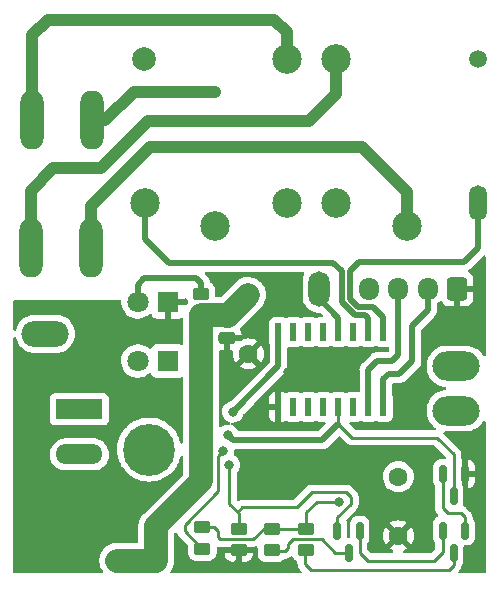
<source format=gbr>
G04 #@! TF.GenerationSoftware,KiCad,Pcbnew,(6.0.7)*
G04 #@! TF.CreationDate,2023-05-10T15:43:49+05:30*
G04 #@! TF.ProjectId,PS440V_to_5V,50533434-3056-45f7-946f-5f35562e6b69,rev?*
G04 #@! TF.SameCoordinates,Original*
G04 #@! TF.FileFunction,Copper,L2,Bot*
G04 #@! TF.FilePolarity,Positive*
%FSLAX46Y46*%
G04 Gerber Fmt 4.6, Leading zero omitted, Abs format (unit mm)*
G04 Created by KiCad (PCBNEW (6.0.7)) date 2023-05-10 15:43:49*
%MOMM*%
%LPD*%
G01*
G04 APERTURE LIST*
G04 Aperture macros list*
%AMRoundRect*
0 Rectangle with rounded corners*
0 $1 Rounding radius*
0 $2 $3 $4 $5 $6 $7 $8 $9 X,Y pos of 4 corners*
0 Add a 4 corners polygon primitive as box body*
4,1,4,$2,$3,$4,$5,$6,$7,$8,$9,$2,$3,0*
0 Add four circle primitives for the rounded corners*
1,1,$1+$1,$2,$3*
1,1,$1+$1,$4,$5*
1,1,$1+$1,$6,$7*
1,1,$1+$1,$8,$9*
0 Add four rect primitives between the rounded corners*
20,1,$1+$1,$2,$3,$4,$5,0*
20,1,$1+$1,$4,$5,$6,$7,0*
20,1,$1+$1,$6,$7,$8,$9,0*
20,1,$1+$1,$8,$9,$2,$3,0*%
G04 Aperture macros list end*
G04 #@! TA.AperFunction,ComponentPad*
%ADD10R,1.800000X1.800000*%
G04 #@! TD*
G04 #@! TA.AperFunction,ComponentPad*
%ADD11C,1.800000*%
G04 #@! TD*
G04 #@! TA.AperFunction,ComponentPad*
%ADD12C,2.500000*%
G04 #@! TD*
G04 #@! TA.AperFunction,ComponentPad*
%ADD13O,1.500000X3.000000*%
G04 #@! TD*
G04 #@! TA.AperFunction,ComponentPad*
%ADD14C,1.500000*%
G04 #@! TD*
G04 #@! TA.AperFunction,ComponentPad*
%ADD15C,2.000000*%
G04 #@! TD*
G04 #@! TA.AperFunction,ComponentPad*
%ADD16O,2.000000X5.000000*%
G04 #@! TD*
G04 #@! TA.AperFunction,ComponentPad*
%ADD17R,4.000000X1.700000*%
G04 #@! TD*
G04 #@! TA.AperFunction,ComponentPad*
%ADD18O,4.000000X1.700000*%
G04 #@! TD*
G04 #@! TA.AperFunction,ComponentPad*
%ADD19C,1.600000*%
G04 #@! TD*
G04 #@! TA.AperFunction,ComponentPad*
%ADD20C,4.400000*%
G04 #@! TD*
G04 #@! TA.AperFunction,ComponentPad*
%ADD21RoundRect,0.250000X0.600000X0.725000X-0.600000X0.725000X-0.600000X-0.725000X0.600000X-0.725000X0*%
G04 #@! TD*
G04 #@! TA.AperFunction,ComponentPad*
%ADD22O,1.700000X1.950000*%
G04 #@! TD*
G04 #@! TA.AperFunction,ComponentPad*
%ADD23O,4.000000X2.200000*%
G04 #@! TD*
G04 #@! TA.AperFunction,ComponentPad*
%ADD24O,4.000000X2.500000*%
G04 #@! TD*
G04 #@! TA.AperFunction,ComponentPad*
%ADD25O,1.800000X3.000000*%
G04 #@! TD*
G04 #@! TA.AperFunction,SMDPad,CuDef*
%ADD26R,0.600000X1.500000*%
G04 #@! TD*
G04 #@! TA.AperFunction,SMDPad,CuDef*
%ADD27RoundRect,0.250000X-0.475000X0.250000X-0.475000X-0.250000X0.475000X-0.250000X0.475000X0.250000X0*%
G04 #@! TD*
G04 #@! TA.AperFunction,SMDPad,CuDef*
%ADD28RoundRect,0.249999X0.450001X-0.262501X0.450001X0.262501X-0.450001X0.262501X-0.450001X-0.262501X0*%
G04 #@! TD*
G04 #@! TA.AperFunction,SMDPad,CuDef*
%ADD29RoundRect,0.249999X-0.450001X0.262501X-0.450001X-0.262501X0.450001X-0.262501X0.450001X0.262501X0*%
G04 #@! TD*
G04 #@! TA.AperFunction,SMDPad,CuDef*
%ADD30RoundRect,0.150000X-0.150000X0.587500X-0.150000X-0.587500X0.150000X-0.587500X0.150000X0.587500X0*%
G04 #@! TD*
G04 #@! TA.AperFunction,SMDPad,CuDef*
%ADD31RoundRect,0.250000X-0.450000X0.262500X-0.450000X-0.262500X0.450000X-0.262500X0.450000X0.262500X0*%
G04 #@! TD*
G04 #@! TA.AperFunction,ViaPad*
%ADD32C,0.800000*%
G04 #@! TD*
G04 #@! TA.AperFunction,Conductor*
%ADD33C,0.500000*%
G04 #@! TD*
G04 #@! TA.AperFunction,Conductor*
%ADD34C,0.250000*%
G04 #@! TD*
G04 #@! TA.AperFunction,Conductor*
%ADD35C,1.000000*%
G04 #@! TD*
G04 #@! TA.AperFunction,Conductor*
%ADD36C,2.000000*%
G04 #@! TD*
G04 APERTURE END LIST*
D10*
X123400000Y-108000000D03*
D11*
X120860000Y-108000000D03*
D12*
X143600000Y-101600000D03*
D13*
X149650000Y-99650000D03*
D14*
X149650000Y-87450000D03*
D12*
X137600000Y-87400000D03*
X137650000Y-99650000D03*
X127400000Y-101600000D03*
X133450000Y-99650000D03*
X133450000Y-87450000D03*
D15*
X121400000Y-87400000D03*
D12*
X121450000Y-99650000D03*
D16*
X116970000Y-92600000D03*
X111890000Y-92600000D03*
X111830000Y-103400000D03*
X116910000Y-103400000D03*
D17*
X115900000Y-117100000D03*
D18*
X115900000Y-120910000D03*
D10*
X123375000Y-113000000D03*
D11*
X120835000Y-113000000D03*
D19*
X130200000Y-107400000D03*
X130200000Y-112400000D03*
D20*
X121800000Y-120500000D03*
D21*
X147900000Y-106900000D03*
D22*
X145400000Y-106900000D03*
X142900000Y-106900000D03*
X140400000Y-106900000D03*
D23*
X113025000Y-110700000D03*
D24*
X147800000Y-113450000D03*
X147800000Y-117200000D03*
D19*
X142900000Y-122800000D03*
X142900000Y-127800000D03*
D25*
X136200000Y-106900000D03*
D26*
X141645000Y-116900000D03*
X140375000Y-116900000D03*
X139105000Y-116900000D03*
X137835000Y-116900000D03*
X136565000Y-116900000D03*
X135295000Y-116900000D03*
X134025000Y-116900000D03*
X132755000Y-116900000D03*
X132755000Y-110550000D03*
X134025000Y-110550000D03*
X135295000Y-110550000D03*
X136565000Y-110550000D03*
X137835000Y-110550000D03*
X139105000Y-110550000D03*
X140375000Y-110550000D03*
X141645000Y-110550000D03*
D27*
X128400000Y-109150000D03*
X128400000Y-111050000D03*
D28*
X126200000Y-109112500D03*
X126200000Y-107287500D03*
D29*
X135100000Y-127187500D03*
X135100000Y-129012500D03*
X126300000Y-127087500D03*
X126300000Y-128912500D03*
X132200000Y-127187500D03*
X132200000Y-129012500D03*
D30*
X137750000Y-127362500D03*
X139650000Y-127362500D03*
X138700000Y-129237500D03*
X146650000Y-122562500D03*
X148550000Y-122562500D03*
X147600000Y-124437500D03*
X146650000Y-127362500D03*
X148550000Y-127362500D03*
X147600000Y-129237500D03*
D31*
X129400000Y-127187500D03*
X129400000Y-129012500D03*
D32*
X144100000Y-116700000D03*
X144100000Y-115300000D03*
X149200000Y-119700000D03*
X149400000Y-124900000D03*
X128900001Y-117300002D03*
X129300000Y-130200000D03*
X130700000Y-130100000D03*
X137877131Y-124922869D03*
X118300000Y-111400000D03*
X118300000Y-110300000D03*
X125200000Y-90200000D03*
X126300000Y-90200000D03*
X119000000Y-127000000D03*
X116300000Y-124500000D03*
X115600000Y-113000000D03*
X137400000Y-114200000D03*
X119000000Y-125800000D03*
X120400000Y-125800000D03*
X117100000Y-113000000D03*
X117700000Y-124500000D03*
X117700000Y-123300000D03*
X119000000Y-124500000D03*
X119000000Y-123300000D03*
X124500000Y-129000000D03*
X120300000Y-124400000D03*
X138700000Y-114200000D03*
X135400000Y-112900000D03*
X144200000Y-125900000D03*
X120400000Y-127000000D03*
X116300000Y-123300000D03*
X134100000Y-112900000D03*
X124400000Y-130200000D03*
X133578718Y-113900500D03*
X138700000Y-112900000D03*
X136300000Y-114200000D03*
X127800000Y-130100000D03*
X121400000Y-129800000D03*
X120300000Y-129800000D03*
X119100000Y-129800000D03*
X122400000Y-129800000D03*
X128500000Y-119300000D03*
X128100000Y-120600000D03*
X127400000Y-90200000D03*
X128600000Y-121800000D03*
D33*
X132755000Y-113445003D02*
X128900001Y-117300002D01*
X132755000Y-110550000D02*
X132755000Y-113445003D01*
X136470000Y-119700000D02*
X128900000Y-119700000D01*
D34*
X137900000Y-124900000D02*
X137877131Y-124922869D01*
X135977131Y-124922869D02*
X137877131Y-124922869D01*
X146650000Y-129150000D02*
X146650000Y-127362500D01*
X140300000Y-129900000D02*
X145900000Y-129900000D01*
X139650000Y-129250000D02*
X140300000Y-129900000D01*
X139650000Y-127362500D02*
X139650000Y-129250000D01*
X145900000Y-129900000D02*
X146650000Y-129150000D01*
X147600000Y-130300000D02*
X147600000Y-129237500D01*
X142300000Y-130700000D02*
X147200000Y-130700000D01*
X147200000Y-130700000D02*
X147600000Y-130300000D01*
X148550000Y-126250000D02*
X148550000Y-127362500D01*
X148200000Y-125900000D02*
X148550000Y-126250000D01*
X146650000Y-125450000D02*
X147100000Y-125900000D01*
X147100000Y-125900000D02*
X148200000Y-125900000D01*
X146650000Y-122562500D02*
X146650000Y-125450000D01*
X146200000Y-119500000D02*
X147600000Y-120900000D01*
X147600000Y-120900000D02*
X147600000Y-124437500D01*
X139000000Y-119500000D02*
X146200000Y-119500000D01*
D33*
X128900000Y-119700000D02*
X128500000Y-119300000D01*
X137835000Y-118335000D02*
X136470000Y-119700000D01*
D35*
X121900000Y-94900000D02*
X116910000Y-99890000D01*
X139800000Y-94900000D02*
X121900000Y-94900000D01*
X116910000Y-99890000D02*
X116910000Y-103400000D01*
X143600000Y-98700000D02*
X139800000Y-94900000D01*
X143600000Y-101600000D02*
X143600000Y-98700000D01*
D33*
X126200000Y-106400000D02*
X125800000Y-106000000D01*
X125800000Y-106000000D02*
X121400000Y-106000000D01*
X121400000Y-106000000D02*
X120860000Y-106540000D01*
X126200000Y-107287500D02*
X126200000Y-106400000D01*
X120860000Y-106540000D02*
X120860000Y-108000000D01*
D36*
X122400000Y-127000000D02*
X122400000Y-129900000D01*
X128450000Y-109150000D02*
X130200000Y-107400000D01*
X126200000Y-123200000D02*
X122400000Y-127000000D01*
X126200000Y-121100000D02*
X126200000Y-118300000D01*
X126200000Y-109112500D02*
X128362500Y-109112500D01*
X120300000Y-129900000D02*
X119100000Y-129900000D01*
X128400000Y-109150000D02*
X128450000Y-109150000D01*
X128362500Y-109112500D02*
X128400000Y-109150000D01*
X126200000Y-118300000D02*
X126200000Y-109112500D01*
X122400000Y-129900000D02*
X121400000Y-129900000D01*
X121400000Y-129900000D02*
X120300000Y-129900000D01*
X126200000Y-121100000D02*
X126200000Y-123200000D01*
D33*
X141645000Y-114555000D02*
X142100000Y-114100000D01*
X141645000Y-116900000D02*
X141645000Y-114555000D01*
X145400000Y-108700000D02*
X145400000Y-106900000D01*
X144100000Y-113000000D02*
X144100000Y-110000000D01*
X143000000Y-114100000D02*
X144100000Y-113000000D01*
X142100000Y-114100000D02*
X143000000Y-114100000D01*
X144100000Y-110000000D02*
X145400000Y-108700000D01*
X140375000Y-116900000D02*
X140375000Y-113725000D01*
X140375000Y-113725000D02*
X141100000Y-113000000D01*
X142400000Y-113000000D02*
X141100000Y-113000000D01*
X142900000Y-112500000D02*
X142400000Y-113000000D01*
X142900000Y-106900000D02*
X142900000Y-112500000D01*
D35*
X111830000Y-98570000D02*
X113700000Y-96700000D01*
X111830000Y-103400000D02*
X111830000Y-98570000D01*
X135300000Y-92700000D02*
X137600000Y-90400000D01*
X137600000Y-90400000D02*
X137600000Y-87400000D01*
X117700000Y-96700000D02*
X121700000Y-92700000D01*
X121700000Y-92700000D02*
X135300000Y-92700000D01*
X113700000Y-96700000D02*
X117700000Y-96700000D01*
X133450000Y-87450000D02*
X133450000Y-85150000D01*
X113200000Y-84100000D02*
X111890000Y-85410000D01*
X111890000Y-85410000D02*
X111890000Y-92600000D01*
X132400000Y-84100000D02*
X113200000Y-84100000D01*
X133450000Y-85150000D02*
X132400000Y-84100000D01*
D33*
X138800000Y-105400000D02*
X139600000Y-104600000D01*
X140745000Y-108400000D02*
X139489244Y-108400000D01*
X138800000Y-107710756D02*
X138800000Y-105400000D01*
X139600000Y-104600000D02*
X148500000Y-104600000D01*
X141645000Y-109300000D02*
X140745000Y-108400000D01*
X149650000Y-103450000D02*
X149650000Y-99650000D01*
X148500000Y-104600000D02*
X149650000Y-103450000D01*
X139489244Y-108400000D02*
X138800000Y-107710756D01*
X141645000Y-110550000D02*
X141645000Y-109300000D01*
X137400000Y-104700000D02*
X138100000Y-105400000D01*
X121450000Y-102700000D02*
X123450000Y-104700000D01*
X138100000Y-105400000D02*
X138100000Y-108000000D01*
X121450000Y-99650000D02*
X121450000Y-102700000D01*
X140375000Y-109375000D02*
X140375000Y-110550000D01*
X140100000Y-109100000D02*
X140375000Y-109375000D01*
X123450000Y-104700000D02*
X137400000Y-104700000D01*
X139200000Y-109100000D02*
X140100000Y-109100000D01*
X138100000Y-108000000D02*
X139200000Y-109100000D01*
D34*
X137835000Y-116900000D02*
X137835000Y-118335000D01*
X137835000Y-118335000D02*
X139000000Y-119500000D01*
X124800000Y-127412500D02*
X124800000Y-126900000D01*
X124800000Y-126900000D02*
X127675500Y-124024500D01*
X127675500Y-124024500D02*
X127675500Y-121024500D01*
X127675500Y-121024500D02*
X128100000Y-120600000D01*
X126300000Y-128912500D02*
X124800000Y-127412500D01*
D33*
X136200000Y-106900000D02*
X136200000Y-107700000D01*
X137835000Y-109335000D02*
X137835000Y-110550000D01*
X136200000Y-107700000D02*
X137835000Y-109335000D01*
D34*
X133600000Y-128500000D02*
X133600000Y-128800000D01*
X137537500Y-129237500D02*
X136400000Y-128100000D01*
X138700000Y-129237500D02*
X137537500Y-129237500D01*
X132287500Y-129100000D02*
X132200000Y-129012500D01*
X134000000Y-128100000D02*
X133600000Y-128500000D01*
X136400000Y-128100000D02*
X134000000Y-128100000D01*
X133300000Y-129100000D02*
X132287500Y-129100000D01*
X133600000Y-128800000D02*
X133300000Y-129100000D01*
X135500000Y-130700000D02*
X135000000Y-130200000D01*
X135000000Y-130200000D02*
X135000000Y-129112500D01*
X142300000Y-130700000D02*
X135500000Y-130700000D01*
X135000000Y-129112500D02*
X135100000Y-129012500D01*
X127600000Y-127900000D02*
X127800000Y-128100000D01*
X132200000Y-127187500D02*
X135100000Y-127187500D01*
X127600000Y-127400000D02*
X127600000Y-127900000D01*
X127800000Y-128100000D02*
X130600000Y-128100000D01*
X127287500Y-127087500D02*
X127600000Y-127400000D01*
X131512500Y-127187500D02*
X132200000Y-127187500D01*
X126300000Y-127087500D02*
X127287500Y-127087500D01*
X135100000Y-127187500D02*
X135100000Y-125800000D01*
X130600000Y-128100000D02*
X131512500Y-127187500D01*
X135100000Y-125800000D02*
X135977131Y-124922869D01*
D35*
X118100000Y-92600000D02*
X120500000Y-90200000D01*
X120500000Y-90200000D02*
X127400000Y-90200000D01*
X116970000Y-92600000D02*
X118100000Y-92600000D01*
D34*
X129700000Y-125400000D02*
X129300000Y-125800000D01*
X129300000Y-125800000D02*
X128600000Y-125100000D01*
X129400000Y-125900000D02*
X129300000Y-125800000D01*
X137750000Y-127362500D02*
X137750000Y-126250000D01*
X128600000Y-125100000D02*
X128600000Y-121800000D01*
X129400000Y-127187500D02*
X129400000Y-125900000D01*
X134300000Y-125400000D02*
X129700000Y-125400000D01*
X138900000Y-125100000D02*
X138900000Y-124500000D01*
X138500000Y-124100000D02*
X135600000Y-124100000D01*
X138900000Y-124500000D02*
X138500000Y-124100000D01*
X135600000Y-124100000D02*
X134300000Y-125400000D01*
X137750000Y-126250000D02*
X138900000Y-125100000D01*
G04 #@! TA.AperFunction,Conductor*
G36*
X124116766Y-127520741D02*
G01*
X124173602Y-127563288D01*
X124189885Y-127592412D01*
X124197803Y-127612410D01*
X124201649Y-127623642D01*
X124213982Y-127666093D01*
X124218015Y-127672912D01*
X124218017Y-127672917D01*
X124224293Y-127683528D01*
X124232988Y-127701276D01*
X124240448Y-127720117D01*
X124245110Y-127726533D01*
X124245110Y-127726534D01*
X124266436Y-127755887D01*
X124272952Y-127765807D01*
X124295458Y-127803862D01*
X124309779Y-127818183D01*
X124322619Y-127833216D01*
X124334528Y-127849607D01*
X124368605Y-127877798D01*
X124377384Y-127885788D01*
X125054595Y-128562999D01*
X125088621Y-128625311D01*
X125091500Y-128652094D01*
X125091501Y-128939414D01*
X125091501Y-129225400D01*
X125102474Y-129331167D01*
X125104658Y-129337713D01*
X125155730Y-129490792D01*
X125158450Y-129498946D01*
X125251521Y-129649349D01*
X125376697Y-129774306D01*
X125425963Y-129804674D01*
X125513329Y-129858527D01*
X125527261Y-129867115D01*
X125559328Y-129877751D01*
X125688610Y-129920632D01*
X125688612Y-129920632D01*
X125695138Y-129922797D01*
X125701974Y-129923497D01*
X125701977Y-129923498D01*
X125745030Y-129927909D01*
X125799599Y-129933500D01*
X126296141Y-129933500D01*
X126800400Y-129933499D01*
X126906167Y-129922526D01*
X126991795Y-129893958D01*
X127067002Y-129868867D01*
X127067004Y-129868866D01*
X127073946Y-129866550D01*
X127224349Y-129773479D01*
X127244622Y-129753171D01*
X127338077Y-129659552D01*
X127349306Y-129648303D01*
X127442115Y-129497739D01*
X127497797Y-129329862D01*
X127498593Y-129322095D01*
X128192001Y-129322095D01*
X128192338Y-129328614D01*
X128202257Y-129424206D01*
X128205149Y-129437600D01*
X128256588Y-129591784D01*
X128262761Y-129604962D01*
X128348063Y-129742807D01*
X128357099Y-129754208D01*
X128471829Y-129868739D01*
X128483240Y-129877751D01*
X128621243Y-129962816D01*
X128634424Y-129968963D01*
X128788710Y-130020138D01*
X128802086Y-130023005D01*
X128896438Y-130032672D01*
X128902854Y-130033000D01*
X129127885Y-130033000D01*
X129143124Y-130028525D01*
X129144329Y-130027135D01*
X129146000Y-130019452D01*
X129146000Y-130014884D01*
X129654000Y-130014884D01*
X129658475Y-130030123D01*
X129659865Y-130031328D01*
X129667548Y-130032999D01*
X129897095Y-130032999D01*
X129903614Y-130032662D01*
X129999206Y-130022743D01*
X130012600Y-130019851D01*
X130166784Y-129968412D01*
X130179962Y-129962239D01*
X130317807Y-129876937D01*
X130329208Y-129867901D01*
X130443739Y-129753171D01*
X130452751Y-129741760D01*
X130537816Y-129603757D01*
X130543963Y-129590576D01*
X130595138Y-129436290D01*
X130598005Y-129422914D01*
X130607672Y-129328562D01*
X130608000Y-129322146D01*
X130608000Y-129284615D01*
X130603525Y-129269376D01*
X130602135Y-129268171D01*
X130594452Y-129266500D01*
X129672115Y-129266500D01*
X129656876Y-129270975D01*
X129655671Y-129272365D01*
X129654000Y-129280048D01*
X129654000Y-130014884D01*
X129146000Y-130014884D01*
X129146000Y-129284615D01*
X129141525Y-129269376D01*
X129140135Y-129268171D01*
X129132452Y-129266500D01*
X128210116Y-129266500D01*
X128194877Y-129270975D01*
X128193672Y-129272365D01*
X128192001Y-129280048D01*
X128192001Y-129322095D01*
X127498593Y-129322095D01*
X127508500Y-129225401D01*
X127508499Y-128842754D01*
X127528501Y-128774635D01*
X127582156Y-128728142D01*
X127654214Y-128718307D01*
X127665526Y-128720099D01*
X127677144Y-128722505D01*
X127708959Y-128730673D01*
X127719970Y-128733500D01*
X127740224Y-128733500D01*
X127759934Y-128735051D01*
X127779943Y-128738220D01*
X127787835Y-128737474D01*
X127823961Y-128734059D01*
X127835819Y-128733500D01*
X128123947Y-128733500D01*
X128192068Y-128753502D01*
X128195957Y-128756414D01*
X128205548Y-128758500D01*
X130589884Y-128758500D01*
X130631463Y-128746291D01*
X130646868Y-128736391D01*
X130678409Y-128731348D01*
X130690253Y-128730976D01*
X130691970Y-128730922D01*
X130699889Y-128730673D01*
X130719343Y-128725021D01*
X130738700Y-128721013D01*
X130750930Y-128719468D01*
X130750931Y-128719468D01*
X130758797Y-128718474D01*
X130766168Y-128715555D01*
X130766170Y-128715555D01*
X130799912Y-128702196D01*
X130811140Y-128698352D01*
X130830345Y-128692772D01*
X130901341Y-128692973D01*
X130960958Y-128731526D01*
X130990268Y-128796190D01*
X130991500Y-128813768D01*
X130991501Y-129073222D01*
X130991501Y-129325400D01*
X131002474Y-129431167D01*
X131004658Y-129437713D01*
X131056061Y-129591784D01*
X131058450Y-129598946D01*
X131151521Y-129749349D01*
X131276697Y-129874306D01*
X131351381Y-129920342D01*
X131420287Y-129962816D01*
X131427261Y-129967115D01*
X131481530Y-129985115D01*
X131588610Y-130020632D01*
X131588612Y-130020632D01*
X131595138Y-130022797D01*
X131601974Y-130023497D01*
X131601977Y-130023498D01*
X131645030Y-130027909D01*
X131699599Y-130033500D01*
X132196141Y-130033500D01*
X132700400Y-130033499D01*
X132806167Y-130022526D01*
X132895140Y-129992842D01*
X132967002Y-129968867D01*
X132967004Y-129968866D01*
X132973946Y-129966550D01*
X133124349Y-129873479D01*
X133193034Y-129804674D01*
X133227165Y-129770483D01*
X133289447Y-129736403D01*
X133316338Y-129733500D01*
X133339856Y-129733500D01*
X133343791Y-129733003D01*
X133343856Y-129732995D01*
X133355693Y-129732062D01*
X133387951Y-129731048D01*
X133391970Y-129730922D01*
X133399889Y-129730673D01*
X133419343Y-129725021D01*
X133438700Y-129721013D01*
X133450930Y-129719468D01*
X133450931Y-129719468D01*
X133458797Y-129718474D01*
X133466168Y-129715555D01*
X133466170Y-129715555D01*
X133499912Y-129702196D01*
X133511142Y-129698351D01*
X133545983Y-129688229D01*
X133545984Y-129688229D01*
X133553593Y-129686018D01*
X133560412Y-129681985D01*
X133560417Y-129681983D01*
X133571028Y-129675707D01*
X133588776Y-129667012D01*
X133607617Y-129659552D01*
X133614541Y-129654522D01*
X133643387Y-129633564D01*
X133653307Y-129627048D01*
X133656687Y-129625049D01*
X133691362Y-129604542D01*
X133696969Y-129598936D01*
X133705685Y-129590220D01*
X133720719Y-129577379D01*
X133730695Y-129570131D01*
X133730696Y-129570130D01*
X133737107Y-129565472D01*
X133742213Y-129559299D01*
X133742269Y-129559262D01*
X133747937Y-129553939D01*
X133748796Y-129554853D01*
X133801048Y-129519561D01*
X133872026Y-129517940D01*
X133932613Y-129554949D01*
X133953400Y-129586167D01*
X133956133Y-129592002D01*
X133958450Y-129598946D01*
X134051521Y-129749349D01*
X134176697Y-129874306D01*
X134304066Y-129952817D01*
X134306616Y-129954389D01*
X134354109Y-130007161D01*
X134366500Y-130061649D01*
X134366500Y-130121233D01*
X134365973Y-130132416D01*
X134364298Y-130139909D01*
X134364547Y-130147835D01*
X134364547Y-130147836D01*
X134366438Y-130207986D01*
X134366500Y-130211945D01*
X134366500Y-130239856D01*
X134366997Y-130243790D01*
X134366997Y-130243791D01*
X134367005Y-130243856D01*
X134367938Y-130255693D01*
X134369327Y-130299889D01*
X134372021Y-130309161D01*
X134374978Y-130319339D01*
X134378987Y-130338700D01*
X134381526Y-130358797D01*
X134384445Y-130366168D01*
X134384445Y-130366170D01*
X134397804Y-130399912D01*
X134401649Y-130411142D01*
X134411771Y-130445983D01*
X134413982Y-130453593D01*
X134418015Y-130460412D01*
X134418017Y-130460417D01*
X134424293Y-130471028D01*
X134432988Y-130488776D01*
X134440448Y-130507617D01*
X134445110Y-130514033D01*
X134445110Y-130514034D01*
X134466436Y-130543387D01*
X134472952Y-130553307D01*
X134491384Y-130584473D01*
X134495458Y-130591362D01*
X134509779Y-130605683D01*
X134522619Y-130620716D01*
X134534528Y-130637107D01*
X134547135Y-130647536D01*
X134568593Y-130665288D01*
X134577373Y-130673278D01*
X134680500Y-130776405D01*
X134714526Y-130838717D01*
X134709461Y-130909532D01*
X134666914Y-130966368D01*
X134600394Y-130991179D01*
X134591405Y-130991500D01*
X123722191Y-130991500D01*
X123654070Y-130971498D01*
X123607577Y-130917842D01*
X123597473Y-130847568D01*
X123624826Y-130785525D01*
X123639522Y-130767633D01*
X123639525Y-130767629D01*
X123642734Y-130763722D01*
X123652062Y-130747694D01*
X123660854Y-130734561D01*
X123672120Y-130719826D01*
X123715995Y-130637999D01*
X123718135Y-130634170D01*
X123762291Y-130558304D01*
X123762293Y-130558300D01*
X123764841Y-130553922D01*
X123766655Y-130549197D01*
X123766661Y-130549184D01*
X123771484Y-130536618D01*
X123778071Y-130522229D01*
X123784441Y-130510349D01*
X123784442Y-130510346D01*
X123786831Y-130505891D01*
X123788476Y-130501113D01*
X123788481Y-130501102D01*
X123817064Y-130418090D01*
X123818568Y-130413957D01*
X123850018Y-130332028D01*
X123850020Y-130332020D01*
X123851833Y-130327298D01*
X123855623Y-130309159D01*
X123859823Y-130293908D01*
X123864215Y-130281152D01*
X123865862Y-130276369D01*
X123881676Y-130184813D01*
X123882489Y-130180554D01*
X123900440Y-130094632D01*
X123900441Y-130094626D01*
X123901474Y-130089680D01*
X123902315Y-130071161D01*
X123904023Y-130055437D01*
X123906504Y-130041071D01*
X123907179Y-130037164D01*
X123907571Y-130028525D01*
X123908436Y-130009494D01*
X123908436Y-130009475D01*
X123908500Y-130008075D01*
X123908500Y-129937812D01*
X123908630Y-129932096D01*
X123910473Y-129891502D01*
X123912486Y-129847183D01*
X123911505Y-129838699D01*
X123909335Y-129819950D01*
X123908500Y-129805468D01*
X123908500Y-127677031D01*
X123928502Y-127608910D01*
X123945405Y-127587936D01*
X123983639Y-127549702D01*
X124045951Y-127515676D01*
X124116766Y-127520741D01*
G37*
G04 #@! TD.AperFunction*
G04 #@! TA.AperFunction,Conductor*
G36*
X125001798Y-107734339D02*
G01*
X125026097Y-107776975D01*
X125052883Y-107857261D01*
X125058450Y-107873946D01*
X125062301Y-107880169D01*
X125098831Y-107939202D01*
X125117668Y-108007654D01*
X125096506Y-108075423D01*
X125082175Y-108092410D01*
X125082381Y-108092595D01*
X125078996Y-108096354D01*
X125075319Y-108099832D01*
X125062824Y-108116175D01*
X125018945Y-108173566D01*
X125016214Y-108177013D01*
X124971565Y-108231370D01*
X124912870Y-108271313D01*
X124841898Y-108273183D01*
X124813451Y-108258133D01*
X124794452Y-108254000D01*
X123672115Y-108254000D01*
X123656876Y-108258475D01*
X123655671Y-108259865D01*
X123654000Y-108267548D01*
X123654000Y-109389884D01*
X123658475Y-109405123D01*
X123659865Y-109406328D01*
X123667548Y-109407999D01*
X124344669Y-109407999D01*
X124351490Y-109407629D01*
X124402352Y-109402105D01*
X124417603Y-109398479D01*
X124521270Y-109359616D01*
X124592077Y-109354433D01*
X124654446Y-109388354D01*
X124688576Y-109450609D01*
X124691500Y-109477598D01*
X124691500Y-111531240D01*
X124671498Y-111599361D01*
X124617842Y-111645854D01*
X124547568Y-111655958D01*
X124521270Y-111649222D01*
X124512286Y-111645854D01*
X124385316Y-111598255D01*
X124323134Y-111591500D01*
X122426866Y-111591500D01*
X122364684Y-111598255D01*
X122228295Y-111649385D01*
X122111739Y-111736739D01*
X122024385Y-111853295D01*
X122021233Y-111861704D01*
X122021232Y-111861705D01*
X122000538Y-111916906D01*
X121957897Y-111973671D01*
X121891335Y-111998371D01*
X121821986Y-111983164D01*
X121799167Y-111966666D01*
X121798887Y-111966358D01*
X121756410Y-111932812D01*
X121621177Y-111826011D01*
X121621172Y-111826008D01*
X121617123Y-111822810D01*
X121612607Y-111820317D01*
X121612604Y-111820315D01*
X121418879Y-111713373D01*
X121418875Y-111713371D01*
X121414355Y-111710876D01*
X121409486Y-111709152D01*
X121409482Y-111709150D01*
X121200903Y-111635288D01*
X121200899Y-111635287D01*
X121196028Y-111633562D01*
X121190935Y-111632655D01*
X121190932Y-111632654D01*
X120973095Y-111593851D01*
X120973089Y-111593850D01*
X120968006Y-111592945D01*
X120895096Y-111592054D01*
X120741581Y-111590179D01*
X120741579Y-111590179D01*
X120736411Y-111590116D01*
X120507464Y-111625150D01*
X120287314Y-111697106D01*
X120282726Y-111699494D01*
X120282722Y-111699496D01*
X120086461Y-111801663D01*
X120081872Y-111804052D01*
X120077739Y-111807155D01*
X120077736Y-111807157D01*
X119900790Y-111940012D01*
X119896655Y-111943117D01*
X119736639Y-112110564D01*
X119606119Y-112301899D01*
X119508602Y-112511981D01*
X119446707Y-112735169D01*
X119422095Y-112965469D01*
X119422392Y-112970622D01*
X119422392Y-112970625D01*
X119423439Y-112988779D01*
X119435427Y-113196697D01*
X119436564Y-113201743D01*
X119436565Y-113201749D01*
X119464052Y-113323716D01*
X119486346Y-113422642D01*
X119488288Y-113427424D01*
X119488289Y-113427428D01*
X119568578Y-113625155D01*
X119573484Y-113637237D01*
X119694501Y-113834719D01*
X119846147Y-114009784D01*
X120024349Y-114157730D01*
X120224322Y-114274584D01*
X120440694Y-114357209D01*
X120445760Y-114358240D01*
X120445761Y-114358240D01*
X120498846Y-114369040D01*
X120667656Y-114403385D01*
X120797089Y-114408131D01*
X120893949Y-114411683D01*
X120893953Y-114411683D01*
X120899113Y-114411872D01*
X120904233Y-114411216D01*
X120904235Y-114411216D01*
X120978166Y-114401745D01*
X121128847Y-114382442D01*
X121133795Y-114380957D01*
X121133802Y-114380956D01*
X121345747Y-114317369D01*
X121350690Y-114315886D01*
X121355324Y-114313616D01*
X121554049Y-114216262D01*
X121554052Y-114216260D01*
X121558684Y-114213991D01*
X121747243Y-114079494D01*
X121792309Y-114034585D01*
X121854681Y-114000669D01*
X121925487Y-114005857D01*
X121982249Y-114048503D01*
X121999231Y-114079607D01*
X122024385Y-114146705D01*
X122111739Y-114263261D01*
X122228295Y-114350615D01*
X122364684Y-114401745D01*
X122426866Y-114408500D01*
X124323134Y-114408500D01*
X124385316Y-114401745D01*
X124521270Y-114350778D01*
X124592078Y-114345595D01*
X124654447Y-114379516D01*
X124688576Y-114441771D01*
X124691500Y-114468760D01*
X124691500Y-119865294D01*
X124671498Y-119933415D01*
X124617842Y-119979908D01*
X124547568Y-119990012D01*
X124482988Y-119960518D01*
X124444604Y-119900792D01*
X124441550Y-119887931D01*
X124435805Y-119856473D01*
X124435804Y-119856469D01*
X124435125Y-119852751D01*
X124427722Y-119828907D01*
X124364096Y-119623999D01*
X124338282Y-119540863D01*
X124204670Y-119242869D01*
X124036226Y-118963084D01*
X124033899Y-118960100D01*
X124033894Y-118960093D01*
X123837726Y-118708558D01*
X123837724Y-118708556D01*
X123835390Y-118705563D01*
X123605070Y-118474034D01*
X123348603Y-118271852D01*
X123069705Y-118101945D01*
X123066261Y-118100379D01*
X123066257Y-118100377D01*
X122955667Y-118050095D01*
X122772414Y-117966775D01*
X122461037Y-117868300D01*
X122167329Y-117813068D01*
X122143809Y-117808645D01*
X122143807Y-117808645D01*
X122140086Y-117807945D01*
X121814208Y-117786586D01*
X121810428Y-117786794D01*
X121810427Y-117786794D01*
X121712897Y-117792162D01*
X121488124Y-117804532D01*
X121484397Y-117805193D01*
X121484393Y-117805193D01*
X121337491Y-117831228D01*
X121166557Y-117861522D01*
X121162941Y-117862624D01*
X121162933Y-117862626D01*
X120857789Y-117955627D01*
X120854167Y-117956731D01*
X120555477Y-118088781D01*
X120530288Y-118103767D01*
X120278074Y-118253817D01*
X120278068Y-118253821D01*
X120274814Y-118255757D01*
X120271812Y-118258073D01*
X120023547Y-118449609D01*
X120016244Y-118455243D01*
X119906170Y-118563602D01*
X119806264Y-118661951D01*
X119783513Y-118684347D01*
X119781149Y-118687314D01*
X119781146Y-118687317D01*
X119606643Y-118906305D01*
X119579991Y-118939751D01*
X119408626Y-119217757D01*
X119407037Y-119221204D01*
X119334096Y-119379427D01*
X119271902Y-119514336D01*
X119270741Y-119517940D01*
X119270741Y-119517941D01*
X119259862Y-119551725D01*
X119171797Y-119825192D01*
X119171079Y-119828903D01*
X119171078Y-119828907D01*
X119110482Y-120142105D01*
X119110481Y-120142114D01*
X119109763Y-120145824D01*
X119109496Y-120149600D01*
X119109495Y-120149605D01*
X119086966Y-120467796D01*
X119086698Y-120471585D01*
X119090437Y-120546693D01*
X119101611Y-120771139D01*
X119102936Y-120797759D01*
X119103577Y-120801490D01*
X119103578Y-120801498D01*
X119157258Y-121113896D01*
X119158241Y-121119619D01*
X119159329Y-121123258D01*
X119159330Y-121123261D01*
X119250600Y-121428444D01*
X119251814Y-121432504D01*
X119253327Y-121435975D01*
X119253329Y-121435981D01*
X119284046Y-121506457D01*
X119382297Y-121731881D01*
X119384220Y-121735152D01*
X119384222Y-121735156D01*
X119457063Y-121859062D01*
X119547802Y-122013414D01*
X119550103Y-122016429D01*
X119743631Y-122270012D01*
X119743636Y-122270017D01*
X119745931Y-122273025D01*
X119973814Y-122506953D01*
X120078273Y-122591090D01*
X120225196Y-122709431D01*
X120225201Y-122709435D01*
X120228149Y-122711809D01*
X120505253Y-122884627D01*
X120801112Y-123022903D01*
X121111440Y-123124634D01*
X121431742Y-123188346D01*
X121435514Y-123188633D01*
X121435522Y-123188634D01*
X121753602Y-123212829D01*
X121753607Y-123212829D01*
X121757379Y-123213116D01*
X122083633Y-123198586D01*
X122143425Y-123188634D01*
X122402037Y-123145590D01*
X122402042Y-123145589D01*
X122405778Y-123144967D01*
X122719149Y-123053034D01*
X122722616Y-123051544D01*
X122722620Y-123051543D01*
X123015721Y-122925616D01*
X123015723Y-122925615D01*
X123019205Y-122924119D01*
X123301601Y-122760091D01*
X123562245Y-122563324D01*
X123797363Y-122336670D01*
X123958501Y-122138743D01*
X124001155Y-122086351D01*
X124001158Y-122086347D01*
X124003549Y-122083410D01*
X124141312Y-121865069D01*
X124175788Y-121810428D01*
X124175790Y-121810425D01*
X124177815Y-121807215D01*
X124182324Y-121797699D01*
X124316009Y-121515522D01*
X124317638Y-121512084D01*
X124318840Y-121508482D01*
X124419790Y-121205897D01*
X124419792Y-121205891D01*
X124420992Y-121202293D01*
X124442053Y-121099238D01*
X124475288Y-121036504D01*
X124537166Y-121001696D01*
X124608040Y-121005867D01*
X124665408Y-121047694D01*
X124691056Y-121113896D01*
X124691500Y-121124469D01*
X124691500Y-122522969D01*
X124671498Y-122591090D01*
X124654595Y-122612064D01*
X121350334Y-125916325D01*
X121347812Y-125918779D01*
X121279506Y-125983373D01*
X121275319Y-125987332D01*
X121231556Y-126044572D01*
X121227592Y-126049757D01*
X121223448Y-126054892D01*
X121203107Y-126078793D01*
X121172530Y-126114720D01*
X121169911Y-126119045D01*
X121169907Y-126119050D01*
X121155509Y-126142824D01*
X121147837Y-126154071D01*
X121127880Y-126180174D01*
X121092312Y-126246509D01*
X121090761Y-126249401D01*
X121087496Y-126255126D01*
X121046779Y-126322358D01*
X121043003Y-126331704D01*
X121034473Y-126352817D01*
X121028693Y-126365158D01*
X121013169Y-126394109D01*
X121011523Y-126398890D01*
X121011521Y-126398894D01*
X120987588Y-126468401D01*
X120985278Y-126474579D01*
X120955845Y-126547429D01*
X120949277Y-126576341D01*
X120948568Y-126579460D01*
X120944837Y-126592559D01*
X120934138Y-126623631D01*
X120920757Y-126701100D01*
X120919477Y-126707504D01*
X120902065Y-126784144D01*
X120900001Y-126816953D01*
X120898415Y-126830453D01*
X120892821Y-126862836D01*
X120891500Y-126891925D01*
X120891500Y-126948108D01*
X120891251Y-126956019D01*
X120886822Y-127026413D01*
X120887316Y-127031448D01*
X120890899Y-127067992D01*
X120891500Y-127080288D01*
X120891500Y-128265500D01*
X120871498Y-128333621D01*
X120817842Y-128380114D01*
X120765500Y-128391500D01*
X119038999Y-128391500D01*
X119036491Y-128391702D01*
X119036486Y-128391702D01*
X118863076Y-128405654D01*
X118863071Y-128405655D01*
X118858035Y-128406060D01*
X118853127Y-128407266D01*
X118853124Y-128407266D01*
X118679345Y-128449950D01*
X118622294Y-128463963D01*
X118617642Y-128465938D01*
X118617638Y-128465939D01*
X118486729Y-128521507D01*
X118398844Y-128558812D01*
X118344574Y-128592988D01*
X118197712Y-128685472D01*
X118197709Y-128685474D01*
X118193433Y-128688167D01*
X118189639Y-128691512D01*
X118015142Y-128845350D01*
X118015139Y-128845353D01*
X118011345Y-128848698D01*
X118008135Y-128852606D01*
X118008134Y-128852607D01*
X117865458Y-129026305D01*
X117857266Y-129036278D01*
X117807044Y-129122568D01*
X117745301Y-129228653D01*
X117735159Y-129246078D01*
X117733346Y-129250801D01*
X117662106Y-129436390D01*
X117648167Y-129472702D01*
X117647133Y-129477652D01*
X117647132Y-129477655D01*
X117601957Y-129693898D01*
X117598526Y-129710320D01*
X117587514Y-129952817D01*
X117588095Y-129957837D01*
X117588095Y-129957841D01*
X117614113Y-130182700D01*
X117615415Y-130193956D01*
X117616791Y-130198820D01*
X117616792Y-130198823D01*
X117650300Y-130317237D01*
X117681510Y-130427532D01*
X117683644Y-130432108D01*
X117683646Y-130432114D01*
X117779236Y-130637107D01*
X117784099Y-130647536D01*
X117882278Y-130792000D01*
X117884097Y-130794677D01*
X117905843Y-130862261D01*
X117887599Y-130930873D01*
X117835156Y-130978730D01*
X117779885Y-130991500D01*
X110434500Y-130991500D01*
X110366379Y-130971498D01*
X110319886Y-130917842D01*
X110308500Y-130865500D01*
X110308500Y-120845774D01*
X113388102Y-120845774D01*
X113396751Y-121076158D01*
X113397846Y-121081377D01*
X113420422Y-121188974D01*
X113444093Y-121301791D01*
X113446051Y-121306750D01*
X113446052Y-121306752D01*
X113525720Y-121508482D01*
X113528776Y-121516221D01*
X113648377Y-121713317D01*
X113651874Y-121717347D01*
X113790990Y-121877664D01*
X113799477Y-121887445D01*
X113803608Y-121890832D01*
X113973627Y-122030240D01*
X113973633Y-122030244D01*
X113977755Y-122033624D01*
X113982391Y-122036263D01*
X113982394Y-122036265D01*
X114070383Y-122086351D01*
X114178114Y-122147675D01*
X114394825Y-122226337D01*
X114400074Y-122227286D01*
X114400077Y-122227287D01*
X114617608Y-122266623D01*
X114617615Y-122266624D01*
X114621692Y-122267361D01*
X114639414Y-122268197D01*
X114644356Y-122268430D01*
X114644363Y-122268430D01*
X114645844Y-122268500D01*
X117107890Y-122268500D01*
X117174809Y-122262822D01*
X117274409Y-122254371D01*
X117274413Y-122254370D01*
X117279720Y-122253920D01*
X117284875Y-122252582D01*
X117284881Y-122252581D01*
X117497703Y-122197343D01*
X117497707Y-122197342D01*
X117502872Y-122196001D01*
X117507738Y-122193809D01*
X117507741Y-122193808D01*
X117708202Y-122103507D01*
X117713075Y-122101312D01*
X117904319Y-121972559D01*
X117968832Y-121911017D01*
X118067278Y-121817103D01*
X118071135Y-121813424D01*
X118208754Y-121628458D01*
X118214766Y-121616635D01*
X118265818Y-121516221D01*
X118313240Y-121422949D01*
X118330969Y-121365855D01*
X118380024Y-121207871D01*
X118381607Y-121202773D01*
X118392942Y-121117251D01*
X118411198Y-120979511D01*
X118411198Y-120979506D01*
X118411898Y-120974226D01*
X118411244Y-120956792D01*
X118405659Y-120808030D01*
X118403249Y-120743842D01*
X118355907Y-120518209D01*
X118352127Y-120508638D01*
X118273185Y-120308744D01*
X118273184Y-120308742D01*
X118271224Y-120303779D01*
X118266017Y-120295197D01*
X118154390Y-120111243D01*
X118151623Y-120106683D01*
X118102101Y-120049614D01*
X118004023Y-119936588D01*
X118004021Y-119936586D01*
X118000523Y-119932555D01*
X117946100Y-119887931D01*
X117826373Y-119789760D01*
X117826367Y-119789756D01*
X117822245Y-119786376D01*
X117817609Y-119783737D01*
X117817606Y-119783735D01*
X117626529Y-119674968D01*
X117621886Y-119672325D01*
X117405175Y-119593663D01*
X117399926Y-119592714D01*
X117399923Y-119592713D01*
X117182392Y-119553377D01*
X117182385Y-119553376D01*
X117178308Y-119552639D01*
X117160586Y-119551803D01*
X117155644Y-119551570D01*
X117155637Y-119551570D01*
X117154156Y-119551500D01*
X114692110Y-119551500D01*
X114625191Y-119557178D01*
X114525591Y-119565629D01*
X114525587Y-119565630D01*
X114520280Y-119566080D01*
X114515125Y-119567418D01*
X114515119Y-119567419D01*
X114302297Y-119622657D01*
X114302293Y-119622658D01*
X114297128Y-119623999D01*
X114292262Y-119626191D01*
X114292259Y-119626192D01*
X114183980Y-119674968D01*
X114086925Y-119718688D01*
X113895681Y-119847441D01*
X113891824Y-119851120D01*
X113891822Y-119851122D01*
X113886213Y-119856473D01*
X113728865Y-120006576D01*
X113591246Y-120191542D01*
X113588830Y-120196293D01*
X113588828Y-120196297D01*
X113545995Y-120280544D01*
X113486760Y-120397051D01*
X113485178Y-120402145D01*
X113485177Y-120402148D01*
X113438706Y-120551808D01*
X113418393Y-120617227D01*
X113417692Y-120622516D01*
X113394466Y-120797759D01*
X113388102Y-120845774D01*
X110308500Y-120845774D01*
X110308500Y-117998134D01*
X113391500Y-117998134D01*
X113398255Y-118060316D01*
X113449385Y-118196705D01*
X113536739Y-118313261D01*
X113653295Y-118400615D01*
X113789684Y-118451745D01*
X113851866Y-118458500D01*
X117948134Y-118458500D01*
X118010316Y-118451745D01*
X118146705Y-118400615D01*
X118263261Y-118313261D01*
X118350615Y-118196705D01*
X118401745Y-118060316D01*
X118408500Y-117998134D01*
X118408500Y-116201866D01*
X118401745Y-116139684D01*
X118350615Y-116003295D01*
X118263261Y-115886739D01*
X118146705Y-115799385D01*
X118010316Y-115748255D01*
X117948134Y-115741500D01*
X113851866Y-115741500D01*
X113789684Y-115748255D01*
X113653295Y-115799385D01*
X113536739Y-115886739D01*
X113449385Y-116003295D01*
X113398255Y-116139684D01*
X113391500Y-116201866D01*
X113391500Y-117998134D01*
X110308500Y-117998134D01*
X110308500Y-111088566D01*
X110328502Y-111020445D01*
X110382158Y-110973952D01*
X110452432Y-110963848D01*
X110517012Y-110993342D01*
X110557019Y-111059152D01*
X110590495Y-111198591D01*
X110592388Y-111203162D01*
X110592389Y-111203164D01*
X110674943Y-111402466D01*
X110687384Y-111432502D01*
X110819672Y-111648376D01*
X110984102Y-111840898D01*
X111176624Y-112005328D01*
X111392498Y-112137616D01*
X111397068Y-112139509D01*
X111397072Y-112139511D01*
X111615808Y-112230114D01*
X111626409Y-112234505D01*
X111710036Y-112254582D01*
X111867784Y-112292454D01*
X111867790Y-112292455D01*
X111872597Y-112293609D01*
X111972416Y-112301465D01*
X112059345Y-112308307D01*
X112059352Y-112308307D01*
X112061801Y-112308500D01*
X113988199Y-112308500D01*
X113990648Y-112308307D01*
X113990655Y-112308307D01*
X114077584Y-112301465D01*
X114177403Y-112293609D01*
X114182210Y-112292455D01*
X114182216Y-112292454D01*
X114339964Y-112254582D01*
X114423591Y-112234505D01*
X114434192Y-112230114D01*
X114652928Y-112139511D01*
X114652932Y-112139509D01*
X114657502Y-112137616D01*
X114873376Y-112005328D01*
X115065898Y-111840898D01*
X115230328Y-111648376D01*
X115362616Y-111432502D01*
X115375058Y-111402466D01*
X115457611Y-111203164D01*
X115457612Y-111203162D01*
X115459505Y-111198591D01*
X115481621Y-111106472D01*
X115517454Y-110957216D01*
X115517455Y-110957210D01*
X115518609Y-110952403D01*
X115538474Y-110700000D01*
X115518609Y-110447597D01*
X115514030Y-110428520D01*
X115468038Y-110236953D01*
X115459505Y-110201409D01*
X115457611Y-110196836D01*
X115364511Y-109972072D01*
X115364509Y-109972068D01*
X115362616Y-109967498D01*
X115230328Y-109751624D01*
X115065898Y-109559102D01*
X114873376Y-109394672D01*
X114657502Y-109262384D01*
X114652932Y-109260491D01*
X114652928Y-109260489D01*
X114428164Y-109167389D01*
X114428162Y-109167388D01*
X114423591Y-109165495D01*
X114312052Y-109138717D01*
X114182216Y-109107546D01*
X114182210Y-109107545D01*
X114177403Y-109106391D01*
X114077584Y-109098535D01*
X113990655Y-109091693D01*
X113990648Y-109091693D01*
X113988199Y-109091500D01*
X112061801Y-109091500D01*
X112059352Y-109091693D01*
X112059345Y-109091693D01*
X111972416Y-109098535D01*
X111872597Y-109106391D01*
X111867790Y-109107545D01*
X111867784Y-109107546D01*
X111737948Y-109138717D01*
X111626409Y-109165495D01*
X111621838Y-109167388D01*
X111621836Y-109167389D01*
X111397072Y-109260489D01*
X111397068Y-109260491D01*
X111392498Y-109262384D01*
X111176624Y-109394672D01*
X110984102Y-109559102D01*
X110819672Y-109751624D01*
X110687384Y-109967498D01*
X110685491Y-109972068D01*
X110685489Y-109972072D01*
X110592389Y-110196836D01*
X110590495Y-110201409D01*
X110581962Y-110236953D01*
X110557019Y-110340848D01*
X110521667Y-110402417D01*
X110458640Y-110435100D01*
X110387949Y-110428520D01*
X110332038Y-110384765D01*
X110308500Y-110311434D01*
X110308500Y-107934500D01*
X110328502Y-107866379D01*
X110382158Y-107819886D01*
X110434500Y-107808500D01*
X119323687Y-107808500D01*
X119391808Y-107828502D01*
X119438301Y-107882158D01*
X119448973Y-107947891D01*
X119447644Y-107960328D01*
X119447095Y-107965469D01*
X119447392Y-107970622D01*
X119447392Y-107970625D01*
X119455074Y-108103852D01*
X119460427Y-108196697D01*
X119461564Y-108201743D01*
X119461565Y-108201749D01*
X119487857Y-108318412D01*
X119511346Y-108422642D01*
X119513288Y-108427424D01*
X119513289Y-108427428D01*
X119596540Y-108632450D01*
X119598484Y-108637237D01*
X119719501Y-108834719D01*
X119871147Y-109009784D01*
X120049349Y-109157730D01*
X120249322Y-109274584D01*
X120254147Y-109276426D01*
X120254148Y-109276427D01*
X120309076Y-109297402D01*
X120465694Y-109357209D01*
X120470760Y-109358240D01*
X120470761Y-109358240D01*
X120522282Y-109368722D01*
X120692656Y-109403385D01*
X120823324Y-109408176D01*
X120918949Y-109411683D01*
X120918953Y-109411683D01*
X120924113Y-109411872D01*
X120929233Y-109411216D01*
X120929235Y-109411216D01*
X121028668Y-109398478D01*
X121153847Y-109382442D01*
X121158795Y-109380957D01*
X121158802Y-109380956D01*
X121370747Y-109317369D01*
X121375690Y-109315886D01*
X121406017Y-109301029D01*
X121579049Y-109216262D01*
X121579052Y-109216260D01*
X121583684Y-109213991D01*
X121772243Y-109079494D01*
X121775898Y-109075852D01*
X121775906Y-109075845D01*
X121817697Y-109034199D01*
X121880068Y-109000282D01*
X121950875Y-109005470D01*
X122007637Y-109048116D01*
X122024619Y-109079218D01*
X122046677Y-109138056D01*
X122055214Y-109153649D01*
X122131715Y-109255724D01*
X122144276Y-109268285D01*
X122246351Y-109344786D01*
X122261946Y-109353324D01*
X122382394Y-109398478D01*
X122397649Y-109402105D01*
X122448514Y-109407631D01*
X122455328Y-109408000D01*
X123127885Y-109408000D01*
X123143124Y-109403525D01*
X123144329Y-109402135D01*
X123146000Y-109394452D01*
X123146000Y-107872000D01*
X123166002Y-107803879D01*
X123219658Y-107757386D01*
X123272000Y-107746000D01*
X124789884Y-107746000D01*
X124805123Y-107741525D01*
X124811349Y-107734340D01*
X124871075Y-107695956D01*
X124942072Y-107695956D01*
X125001798Y-107734339D01*
G37*
G04 #@! TD.AperFunction*
G04 #@! TA.AperFunction,Conductor*
G36*
X150251322Y-118085318D02*
G01*
X150287574Y-118146361D01*
X150291500Y-118177570D01*
X150291500Y-130865500D01*
X150271498Y-130933621D01*
X150217842Y-130980114D01*
X150165500Y-130991500D01*
X148110844Y-130991500D01*
X148042723Y-130971498D01*
X147996230Y-130917842D01*
X147986126Y-130847568D01*
X148018993Y-130779248D01*
X148053657Y-130742334D01*
X148056413Y-130739491D01*
X148076134Y-130719770D01*
X148078612Y-130716575D01*
X148086318Y-130707553D01*
X148111158Y-130681101D01*
X148116586Y-130675321D01*
X148126346Y-130657568D01*
X148137199Y-130641045D01*
X148139553Y-130638010D01*
X148149613Y-130625041D01*
X148167176Y-130584457D01*
X148172383Y-130573827D01*
X148193695Y-130535060D01*
X148195666Y-130527383D01*
X148195668Y-130527378D01*
X148198732Y-130515442D01*
X148205138Y-130496730D01*
X148210034Y-130485417D01*
X148213181Y-130478145D01*
X148220097Y-130434481D01*
X148222504Y-130422860D01*
X148231528Y-130387711D01*
X148231528Y-130387710D01*
X148233500Y-130380030D01*
X148233500Y-130359769D01*
X148235051Y-130340058D01*
X148236323Y-130332028D01*
X148238219Y-130320057D01*
X148237810Y-130315726D01*
X148259448Y-130249779D01*
X148264316Y-130243929D01*
X148263989Y-130243675D01*
X148268845Y-130237415D01*
X148274453Y-130231807D01*
X148278489Y-130224983D01*
X148278491Y-130224980D01*
X148355108Y-130095427D01*
X148359145Y-130088601D01*
X148367838Y-130058681D01*
X148378059Y-130023498D01*
X148405562Y-129928831D01*
X148406208Y-129920632D01*
X148408307Y-129893958D01*
X148408307Y-129893950D01*
X148408500Y-129891502D01*
X148408500Y-128734500D01*
X148428502Y-128666379D01*
X148482158Y-128619886D01*
X148534500Y-128608500D01*
X148766502Y-128608500D01*
X148768950Y-128608307D01*
X148768958Y-128608307D01*
X148797421Y-128606067D01*
X148797426Y-128606066D01*
X148803831Y-128605562D01*
X148903769Y-128576528D01*
X148955988Y-128561357D01*
X148955990Y-128561356D01*
X148963601Y-128559145D01*
X148992411Y-128542107D01*
X149099980Y-128478491D01*
X149099983Y-128478489D01*
X149106807Y-128474453D01*
X149224453Y-128356807D01*
X149228489Y-128349983D01*
X149228491Y-128349980D01*
X149305108Y-128220427D01*
X149309145Y-128213601D01*
X149355562Y-128053831D01*
X149358027Y-128022519D01*
X149358307Y-128018958D01*
X149358307Y-128018950D01*
X149358500Y-128016502D01*
X149358500Y-126708498D01*
X149355562Y-126671169D01*
X149321377Y-126553502D01*
X149311357Y-126519012D01*
X149311356Y-126519010D01*
X149309145Y-126511399D01*
X149282996Y-126467183D01*
X149228491Y-126375020D01*
X149228489Y-126375017D01*
X149224453Y-126368193D01*
X149218844Y-126362584D01*
X149213989Y-126356325D01*
X149215879Y-126354859D01*
X149187580Y-126303034D01*
X149184763Y-126280210D01*
X149183562Y-126242003D01*
X149183500Y-126238044D01*
X149183500Y-126210144D01*
X149182996Y-126206153D01*
X149182063Y-126194311D01*
X149181821Y-126186593D01*
X149180674Y-126150111D01*
X149178462Y-126142497D01*
X149178461Y-126142492D01*
X149175023Y-126130659D01*
X149171012Y-126111295D01*
X149169467Y-126099064D01*
X149168474Y-126091203D01*
X149165557Y-126083836D01*
X149165556Y-126083831D01*
X149152198Y-126050092D01*
X149148354Y-126038865D01*
X149145974Y-126030673D01*
X149136018Y-125996407D01*
X149125707Y-125978972D01*
X149117012Y-125961224D01*
X149109552Y-125942383D01*
X149091544Y-125917596D01*
X149083564Y-125906613D01*
X149077048Y-125896693D01*
X149064029Y-125874679D01*
X149054542Y-125858638D01*
X149048936Y-125853031D01*
X149040220Y-125844315D01*
X149027379Y-125829281D01*
X149020131Y-125819305D01*
X149020130Y-125819304D01*
X149015472Y-125812893D01*
X148981407Y-125784712D01*
X148972626Y-125776722D01*
X148703647Y-125507742D01*
X148696113Y-125499463D01*
X148692000Y-125492982D01*
X148642347Y-125446355D01*
X148639506Y-125443601D01*
X148619770Y-125423865D01*
X148616573Y-125421385D01*
X148607551Y-125413680D01*
X148590679Y-125397836D01*
X148575321Y-125383414D01*
X148568375Y-125379595D01*
X148568372Y-125379593D01*
X148557566Y-125373652D01*
X148541047Y-125362801D01*
X148537973Y-125360417D01*
X148525041Y-125350386D01*
X148517772Y-125347241D01*
X148517768Y-125347238D01*
X148484463Y-125332826D01*
X148473813Y-125327609D01*
X148453623Y-125316510D01*
X148403566Y-125266167D01*
X148388671Y-125196751D01*
X148393327Y-125170943D01*
X148396572Y-125159776D01*
X148405562Y-125128831D01*
X148406891Y-125111945D01*
X148408307Y-125093958D01*
X148408307Y-125093950D01*
X148408500Y-125091502D01*
X148408500Y-123786878D01*
X148804000Y-123786878D01*
X148807973Y-123800409D01*
X148815871Y-123801544D01*
X148955790Y-123760893D01*
X148970221Y-123754648D01*
X149099678Y-123678089D01*
X149112104Y-123668449D01*
X149218449Y-123562104D01*
X149228089Y-123549678D01*
X149304648Y-123420221D01*
X149310893Y-123405790D01*
X149353269Y-123259935D01*
X149355570Y-123247333D01*
X149357807Y-123218916D01*
X149358000Y-123213986D01*
X149358000Y-122834615D01*
X149353525Y-122819376D01*
X149352135Y-122818171D01*
X149344452Y-122816500D01*
X148822115Y-122816500D01*
X148806876Y-122820975D01*
X148805671Y-122822365D01*
X148804000Y-122830048D01*
X148804000Y-123786878D01*
X148408500Y-123786878D01*
X148408500Y-123783498D01*
X148406721Y-123760893D01*
X148406067Y-123752579D01*
X148406066Y-123752574D01*
X148405562Y-123746169D01*
X148367071Y-123613680D01*
X148361357Y-123594012D01*
X148361356Y-123594010D01*
X148359145Y-123586399D01*
X148316317Y-123513981D01*
X148313547Y-123509297D01*
X148296000Y-123445158D01*
X148296000Y-122290385D01*
X148804000Y-122290385D01*
X148808475Y-122305624D01*
X148809865Y-122306829D01*
X148817548Y-122308500D01*
X149339884Y-122308500D01*
X149355123Y-122304025D01*
X149356328Y-122302635D01*
X149357999Y-122294952D01*
X149357999Y-121911017D01*
X149357805Y-121906080D01*
X149355570Y-121877664D01*
X149353270Y-121865069D01*
X149310893Y-121719210D01*
X149304648Y-121704779D01*
X149228089Y-121575322D01*
X149218449Y-121562896D01*
X149112104Y-121456551D01*
X149099678Y-121446911D01*
X148970221Y-121370352D01*
X148955790Y-121364107D01*
X148821395Y-121325061D01*
X148807294Y-121325101D01*
X148804000Y-121332370D01*
X148804000Y-122290385D01*
X148296000Y-122290385D01*
X148296000Y-121338122D01*
X148291525Y-121322883D01*
X148276987Y-121310285D01*
X148238604Y-121250559D01*
X148233500Y-121215061D01*
X148233500Y-120978767D01*
X148234027Y-120967584D01*
X148235702Y-120960091D01*
X148233562Y-120892014D01*
X148233500Y-120888055D01*
X148233500Y-120860144D01*
X148232995Y-120856144D01*
X148232062Y-120844301D01*
X148230922Y-120808030D01*
X148230673Y-120800111D01*
X148225021Y-120780657D01*
X148221013Y-120761300D01*
X148219468Y-120749070D01*
X148219468Y-120749069D01*
X148218474Y-120741203D01*
X148215555Y-120733830D01*
X148202196Y-120700088D01*
X148198351Y-120688858D01*
X148188229Y-120654017D01*
X148188229Y-120654016D01*
X148186018Y-120646407D01*
X148181985Y-120639588D01*
X148181983Y-120639583D01*
X148175707Y-120628972D01*
X148167012Y-120611224D01*
X148159552Y-120592383D01*
X148133564Y-120556613D01*
X148127048Y-120546693D01*
X148108580Y-120515465D01*
X148108578Y-120515462D01*
X148104542Y-120508638D01*
X148090221Y-120494317D01*
X148077380Y-120479283D01*
X148070131Y-120469306D01*
X148065472Y-120462893D01*
X148031395Y-120434702D01*
X148022616Y-120426712D01*
X146758757Y-119162852D01*
X146724731Y-119100540D01*
X146729796Y-119029724D01*
X146772343Y-118972889D01*
X146838863Y-118948078D01*
X146860473Y-118948391D01*
X146960867Y-118958500D01*
X148616354Y-118958500D01*
X148618679Y-118958327D01*
X148618685Y-118958327D01*
X148806000Y-118944407D01*
X148806004Y-118944406D01*
X148810652Y-118944061D01*
X148815200Y-118943032D01*
X148815206Y-118943031D01*
X149010671Y-118898801D01*
X149065577Y-118886377D01*
X149101769Y-118872303D01*
X149304824Y-118793340D01*
X149304827Y-118793339D01*
X149309177Y-118791647D01*
X149349197Y-118768774D01*
X149393196Y-118743626D01*
X149536098Y-118661951D01*
X149741357Y-118500138D01*
X149920443Y-118309763D01*
X149945119Y-118274193D01*
X150061973Y-118105750D01*
X150117236Y-118061180D01*
X150187823Y-118053563D01*
X150251322Y-118085318D01*
G37*
G04 #@! TD.AperFunction*
G04 #@! TA.AperFunction,Conductor*
G36*
X137967420Y-119379427D02*
G01*
X138012483Y-119408388D01*
X138496348Y-119892253D01*
X138503888Y-119900539D01*
X138508000Y-119907018D01*
X138513777Y-119912443D01*
X138557651Y-119953643D01*
X138560493Y-119956398D01*
X138580230Y-119976135D01*
X138583427Y-119978615D01*
X138592447Y-119986318D01*
X138624679Y-120016586D01*
X138631625Y-120020405D01*
X138631628Y-120020407D01*
X138642434Y-120026348D01*
X138658953Y-120037199D01*
X138674959Y-120049614D01*
X138682228Y-120052759D01*
X138682232Y-120052762D01*
X138715537Y-120067174D01*
X138726187Y-120072391D01*
X138764940Y-120093695D01*
X138772615Y-120095666D01*
X138772616Y-120095666D01*
X138784562Y-120098733D01*
X138803267Y-120105137D01*
X138821855Y-120113181D01*
X138829678Y-120114420D01*
X138829688Y-120114423D01*
X138865524Y-120120099D01*
X138877144Y-120122505D01*
X138912289Y-120131528D01*
X138919970Y-120133500D01*
X138940224Y-120133500D01*
X138959934Y-120135051D01*
X138979943Y-120138220D01*
X138987835Y-120137474D01*
X139023961Y-120134059D01*
X139035819Y-120133500D01*
X145885406Y-120133500D01*
X145953527Y-120153502D01*
X145974497Y-120170401D01*
X146905502Y-121101407D01*
X146939526Y-121163717D01*
X146934461Y-121234533D01*
X146891914Y-121291368D01*
X146825394Y-121316179D01*
X146816405Y-121316500D01*
X146433498Y-121316500D01*
X146431050Y-121316693D01*
X146431042Y-121316693D01*
X146402579Y-121318933D01*
X146402574Y-121318934D01*
X146396169Y-121319438D01*
X146331858Y-121338122D01*
X146244012Y-121363643D01*
X146244010Y-121363644D01*
X146236399Y-121365855D01*
X146229572Y-121369892D01*
X146229573Y-121369892D01*
X146100020Y-121446509D01*
X146100017Y-121446511D01*
X146093193Y-121450547D01*
X145975547Y-121568193D01*
X145971511Y-121575017D01*
X145971509Y-121575020D01*
X145946898Y-121616635D01*
X145890855Y-121711399D01*
X145888644Y-121719010D01*
X145888643Y-121719012D01*
X145885916Y-121728400D01*
X145844438Y-121871169D01*
X145843934Y-121877574D01*
X145843933Y-121877579D01*
X145843474Y-121883412D01*
X145841500Y-121908498D01*
X145841500Y-123216502D01*
X145841693Y-123218950D01*
X145841693Y-123218958D01*
X145843927Y-123247333D01*
X145844438Y-123253831D01*
X145846233Y-123260008D01*
X145888586Y-123405790D01*
X145890855Y-123413601D01*
X145894892Y-123420427D01*
X145971509Y-123549980D01*
X145971511Y-123549983D01*
X145975547Y-123556807D01*
X145981155Y-123562415D01*
X145986011Y-123568675D01*
X145984504Y-123569844D01*
X146013621Y-123623167D01*
X146016500Y-123649950D01*
X146016500Y-125371233D01*
X146015973Y-125382416D01*
X146014298Y-125389909D01*
X146014547Y-125397835D01*
X146014547Y-125397836D01*
X146016438Y-125457986D01*
X146016500Y-125461945D01*
X146016500Y-125489856D01*
X146016997Y-125493790D01*
X146016997Y-125493791D01*
X146017005Y-125493856D01*
X146017937Y-125505683D01*
X146019327Y-125549889D01*
X146023804Y-125565298D01*
X146024978Y-125569339D01*
X146028987Y-125588700D01*
X146031526Y-125608797D01*
X146034445Y-125616168D01*
X146034445Y-125616170D01*
X146047804Y-125649912D01*
X146051649Y-125661142D01*
X146063982Y-125703593D01*
X146068015Y-125710412D01*
X146068017Y-125710417D01*
X146074293Y-125721028D01*
X146082988Y-125738776D01*
X146090448Y-125757617D01*
X146095110Y-125764033D01*
X146095110Y-125764034D01*
X146116436Y-125793387D01*
X146122952Y-125803307D01*
X146145458Y-125841362D01*
X146159779Y-125855683D01*
X146172619Y-125870716D01*
X146184528Y-125887107D01*
X146190636Y-125892160D01*
X146218598Y-125915292D01*
X146227378Y-125923282D01*
X146269066Y-125964970D01*
X146303092Y-126027282D01*
X146298027Y-126098097D01*
X146255480Y-126154933D01*
X146236894Y-126165711D01*
X146236399Y-126165855D01*
X146218973Y-126176161D01*
X146100020Y-126246509D01*
X146100017Y-126246511D01*
X146093193Y-126250547D01*
X145975547Y-126368193D01*
X145971511Y-126375017D01*
X145971509Y-126375020D01*
X145917004Y-126467183D01*
X145890855Y-126511399D01*
X145888644Y-126519010D01*
X145888643Y-126519012D01*
X145878623Y-126553502D01*
X145844438Y-126671169D01*
X145841500Y-126708498D01*
X145841500Y-128016502D01*
X145841693Y-128018950D01*
X145841693Y-128018958D01*
X145841974Y-128022519D01*
X145844438Y-128053831D01*
X145890855Y-128213601D01*
X145894892Y-128220427D01*
X145971509Y-128349980D01*
X145971511Y-128349983D01*
X145975547Y-128356807D01*
X145981155Y-128362415D01*
X145986011Y-128368675D01*
X145984504Y-128369844D01*
X146013621Y-128423167D01*
X146016500Y-128449950D01*
X146016500Y-128835405D01*
X145996498Y-128903526D01*
X145979595Y-128924500D01*
X145674500Y-129229595D01*
X145612188Y-129263621D01*
X145585405Y-129266500D01*
X143418422Y-129266500D01*
X143350301Y-129246498D01*
X143303808Y-129192842D01*
X143293704Y-129122568D01*
X143323198Y-129057988D01*
X143365172Y-129026305D01*
X143551511Y-128939414D01*
X143561006Y-128933931D01*
X143613048Y-128897491D01*
X143621424Y-128887012D01*
X143614356Y-128873566D01*
X142912812Y-128172022D01*
X142898868Y-128164408D01*
X142897035Y-128164539D01*
X142890420Y-128168790D01*
X142184923Y-128874287D01*
X142178493Y-128886062D01*
X142187789Y-128898077D01*
X142238994Y-128933931D01*
X142248489Y-128939414D01*
X142434828Y-129026305D01*
X142488113Y-129073222D01*
X142507574Y-129141500D01*
X142487032Y-129209460D01*
X142433009Y-129255525D01*
X142381578Y-129266500D01*
X140614595Y-129266500D01*
X140546474Y-129246498D01*
X140525499Y-129229595D01*
X140320404Y-129024499D01*
X140286379Y-128962187D01*
X140283500Y-128935404D01*
X140283500Y-128449950D01*
X140303502Y-128381829D01*
X140314059Y-128368729D01*
X140313989Y-128368675D01*
X140318845Y-128362415D01*
X140324453Y-128356807D01*
X140328489Y-128349983D01*
X140328491Y-128349980D01*
X140405108Y-128220427D01*
X140409145Y-128213601D01*
X140455562Y-128053831D01*
X140458027Y-128022519D01*
X140458307Y-128018958D01*
X140458307Y-128018950D01*
X140458500Y-128016502D01*
X140458500Y-127805475D01*
X141587483Y-127805475D01*
X141606472Y-128022519D01*
X141608375Y-128033312D01*
X141664764Y-128243761D01*
X141668510Y-128254053D01*
X141760586Y-128451511D01*
X141766069Y-128461006D01*
X141802509Y-128513048D01*
X141812988Y-128521424D01*
X141826434Y-128514356D01*
X142527978Y-127812812D01*
X142534356Y-127801132D01*
X143264408Y-127801132D01*
X143264539Y-127802965D01*
X143268790Y-127809580D01*
X143974287Y-128515077D01*
X143986062Y-128521507D01*
X143998077Y-128512211D01*
X144033931Y-128461006D01*
X144039414Y-128451511D01*
X144131490Y-128254053D01*
X144135236Y-128243761D01*
X144191625Y-128033312D01*
X144193528Y-128022519D01*
X144212517Y-127805475D01*
X144212517Y-127794525D01*
X144193528Y-127577481D01*
X144191625Y-127566688D01*
X144135236Y-127356239D01*
X144131490Y-127345947D01*
X144039414Y-127148489D01*
X144033931Y-127138994D01*
X143997491Y-127086952D01*
X143987012Y-127078576D01*
X143973566Y-127085644D01*
X143272022Y-127787188D01*
X143264408Y-127801132D01*
X142534356Y-127801132D01*
X142535592Y-127798868D01*
X142535461Y-127797035D01*
X142531210Y-127790420D01*
X141825713Y-127084923D01*
X141813938Y-127078493D01*
X141801923Y-127087789D01*
X141766069Y-127138994D01*
X141760586Y-127148489D01*
X141668510Y-127345947D01*
X141664764Y-127356239D01*
X141608375Y-127566688D01*
X141606472Y-127577481D01*
X141587483Y-127794525D01*
X141587483Y-127805475D01*
X140458500Y-127805475D01*
X140458500Y-126712988D01*
X142178576Y-126712988D01*
X142185644Y-126726434D01*
X142887188Y-127427978D01*
X142901132Y-127435592D01*
X142902965Y-127435461D01*
X142909580Y-127431210D01*
X143615077Y-126725713D01*
X143621507Y-126713938D01*
X143612211Y-126701923D01*
X143561006Y-126666069D01*
X143551511Y-126660586D01*
X143354053Y-126568510D01*
X143343761Y-126564764D01*
X143133312Y-126508375D01*
X143122519Y-126506472D01*
X142905475Y-126487483D01*
X142894525Y-126487483D01*
X142677481Y-126506472D01*
X142666688Y-126508375D01*
X142456239Y-126564764D01*
X142445947Y-126568510D01*
X142248489Y-126660586D01*
X142238994Y-126666069D01*
X142186952Y-126702509D01*
X142178576Y-126712988D01*
X140458500Y-126712988D01*
X140458500Y-126708498D01*
X140455562Y-126671169D01*
X140421377Y-126553502D01*
X140411357Y-126519012D01*
X140411356Y-126519010D01*
X140409145Y-126511399D01*
X140382996Y-126467183D01*
X140328491Y-126375020D01*
X140328489Y-126375017D01*
X140324453Y-126368193D01*
X140206807Y-126250547D01*
X140199983Y-126246511D01*
X140199980Y-126246509D01*
X140081027Y-126176161D01*
X140063601Y-126165855D01*
X140055990Y-126163644D01*
X140055988Y-126163643D01*
X140003769Y-126148472D01*
X139903831Y-126119438D01*
X139897426Y-126118934D01*
X139897421Y-126118933D01*
X139868958Y-126116693D01*
X139868950Y-126116693D01*
X139866502Y-126116500D01*
X139433498Y-126116500D01*
X139431050Y-126116693D01*
X139431042Y-126116693D01*
X139402579Y-126118933D01*
X139402574Y-126118934D01*
X139396169Y-126119438D01*
X139296231Y-126148472D01*
X139244012Y-126163643D01*
X139244010Y-126163644D01*
X139236399Y-126165855D01*
X139218973Y-126176161D01*
X139100020Y-126246509D01*
X139100017Y-126246511D01*
X139093193Y-126250547D01*
X138975547Y-126368193D01*
X138971511Y-126375017D01*
X138971509Y-126375020D01*
X138917004Y-126467183D01*
X138890855Y-126511399D01*
X138888644Y-126519010D01*
X138888643Y-126519012D01*
X138878623Y-126553502D01*
X138844438Y-126671169D01*
X138841500Y-126708498D01*
X138841500Y-127865500D01*
X138821498Y-127933621D01*
X138767842Y-127980114D01*
X138715500Y-127991500D01*
X138684500Y-127991500D01*
X138616379Y-127971498D01*
X138569886Y-127917842D01*
X138558500Y-127865500D01*
X138558500Y-126708498D01*
X138555562Y-126671169D01*
X138521377Y-126553502D01*
X138511357Y-126519012D01*
X138511356Y-126519010D01*
X138509145Y-126511399D01*
X138505108Y-126504573D01*
X138504751Y-126503747D01*
X138496054Y-126433285D01*
X138531293Y-126364611D01*
X139292247Y-125603657D01*
X139300537Y-125596113D01*
X139307018Y-125592000D01*
X139321695Y-125576371D01*
X139353658Y-125542333D01*
X139356413Y-125539491D01*
X139376135Y-125519769D01*
X139378612Y-125516576D01*
X139386317Y-125507555D01*
X139399242Y-125493791D01*
X139416586Y-125475321D01*
X139420407Y-125468371D01*
X139426346Y-125457568D01*
X139437202Y-125441041D01*
X139444757Y-125431302D01*
X139444758Y-125431300D01*
X139449614Y-125425040D01*
X139467174Y-125384460D01*
X139472391Y-125373812D01*
X139489875Y-125342009D01*
X139489876Y-125342007D01*
X139493695Y-125335060D01*
X139498733Y-125315437D01*
X139505137Y-125296734D01*
X139510033Y-125285420D01*
X139510033Y-125285419D01*
X139513181Y-125278145D01*
X139514420Y-125270322D01*
X139514423Y-125270312D01*
X139520099Y-125234476D01*
X139522505Y-125222856D01*
X139531528Y-125187711D01*
X139531528Y-125187710D01*
X139533500Y-125180030D01*
X139533500Y-125159776D01*
X139535051Y-125140065D01*
X139536980Y-125127886D01*
X139538220Y-125120057D01*
X139534059Y-125076038D01*
X139533500Y-125064181D01*
X139533500Y-124578763D01*
X139534027Y-124567579D01*
X139535701Y-124560091D01*
X139533562Y-124492032D01*
X139533500Y-124488075D01*
X139533500Y-124460144D01*
X139532994Y-124456138D01*
X139532061Y-124444292D01*
X139530922Y-124408037D01*
X139530673Y-124400110D01*
X139525022Y-124380658D01*
X139521014Y-124361306D01*
X139519468Y-124349068D01*
X139519467Y-124349066D01*
X139518474Y-124341203D01*
X139502194Y-124300086D01*
X139498359Y-124288885D01*
X139486018Y-124246406D01*
X139481985Y-124239587D01*
X139481983Y-124239582D01*
X139475707Y-124228971D01*
X139467010Y-124211221D01*
X139459552Y-124192383D01*
X139433571Y-124156623D01*
X139427053Y-124146701D01*
X139408578Y-124115460D01*
X139408574Y-124115455D01*
X139404542Y-124108637D01*
X139390218Y-124094313D01*
X139377376Y-124079278D01*
X139365472Y-124062893D01*
X139331406Y-124034711D01*
X139322627Y-124026722D01*
X139003652Y-123707747D01*
X138996112Y-123699461D01*
X138992000Y-123692982D01*
X138942348Y-123646356D01*
X138939507Y-123643602D01*
X138919770Y-123623865D01*
X138916573Y-123621385D01*
X138907551Y-123613680D01*
X138903397Y-123609779D01*
X138875321Y-123583414D01*
X138868375Y-123579595D01*
X138868372Y-123579593D01*
X138857566Y-123573652D01*
X138841047Y-123562801D01*
X138833319Y-123556807D01*
X138825041Y-123550386D01*
X138817772Y-123547241D01*
X138817768Y-123547238D01*
X138784463Y-123532826D01*
X138773813Y-123527609D01*
X138735060Y-123506305D01*
X138715437Y-123501267D01*
X138696734Y-123494863D01*
X138685420Y-123489967D01*
X138685419Y-123489967D01*
X138678145Y-123486819D01*
X138670322Y-123485580D01*
X138670312Y-123485577D01*
X138634476Y-123479901D01*
X138622856Y-123477495D01*
X138587711Y-123468472D01*
X138587710Y-123468472D01*
X138580030Y-123466500D01*
X138559776Y-123466500D01*
X138540065Y-123464949D01*
X138527886Y-123463020D01*
X138520057Y-123461780D01*
X138490786Y-123464547D01*
X138476039Y-123465941D01*
X138464181Y-123466500D01*
X135678768Y-123466500D01*
X135667585Y-123465973D01*
X135660092Y-123464298D01*
X135652166Y-123464547D01*
X135652165Y-123464547D01*
X135592002Y-123466438D01*
X135588044Y-123466500D01*
X135560144Y-123466500D01*
X135556154Y-123467004D01*
X135544320Y-123467936D01*
X135500111Y-123469326D01*
X135492495Y-123471539D01*
X135492493Y-123471539D01*
X135480652Y-123474979D01*
X135461293Y-123478988D01*
X135459983Y-123479154D01*
X135441203Y-123481526D01*
X135433837Y-123484442D01*
X135433831Y-123484444D01*
X135400098Y-123497800D01*
X135388868Y-123501645D01*
X135359693Y-123510121D01*
X135346407Y-123513981D01*
X135339584Y-123518016D01*
X135328966Y-123524295D01*
X135311213Y-123532992D01*
X135303568Y-123536019D01*
X135292383Y-123540448D01*
X135278705Y-123550386D01*
X135256612Y-123566437D01*
X135246695Y-123572951D01*
X135208638Y-123595458D01*
X135194317Y-123609779D01*
X135179284Y-123622619D01*
X135162893Y-123634528D01*
X135154809Y-123644300D01*
X135134702Y-123668605D01*
X135126712Y-123677384D01*
X134074500Y-124729595D01*
X134012188Y-124763621D01*
X133985405Y-124766500D01*
X129778763Y-124766500D01*
X129767579Y-124765973D01*
X129760091Y-124764299D01*
X129752168Y-124764548D01*
X129692033Y-124766438D01*
X129688075Y-124766500D01*
X129660144Y-124766500D01*
X129656229Y-124766995D01*
X129656225Y-124766995D01*
X129656167Y-124767003D01*
X129656138Y-124767006D01*
X129644296Y-124767939D01*
X129600110Y-124769327D01*
X129582744Y-124774372D01*
X129580658Y-124774978D01*
X129561306Y-124778986D01*
X129549068Y-124780532D01*
X129549066Y-124780533D01*
X129541203Y-124781526D01*
X129500086Y-124797806D01*
X129488885Y-124801641D01*
X129446406Y-124813982D01*
X129439587Y-124818015D01*
X129439582Y-124818017D01*
X129428971Y-124824293D01*
X129411210Y-124832994D01*
X129406618Y-124834812D01*
X129405878Y-124835105D01*
X129335177Y-124841581D01*
X129272199Y-124808806D01*
X129236938Y-124747184D01*
X129233500Y-124717951D01*
X129233500Y-122800000D01*
X141586502Y-122800000D01*
X141606457Y-123028087D01*
X141607881Y-123033400D01*
X141607881Y-123033402D01*
X141649399Y-123188346D01*
X141665716Y-123249243D01*
X141668039Y-123254224D01*
X141668039Y-123254225D01*
X141760151Y-123451762D01*
X141760154Y-123451767D01*
X141762477Y-123456749D01*
X141813307Y-123529342D01*
X141886960Y-123634528D01*
X141893802Y-123644300D01*
X142055700Y-123806198D01*
X142060208Y-123809355D01*
X142060211Y-123809357D01*
X142138389Y-123864098D01*
X142243251Y-123937523D01*
X142248233Y-123939846D01*
X142248238Y-123939849D01*
X142434540Y-124026722D01*
X142450757Y-124034284D01*
X142456065Y-124035706D01*
X142456067Y-124035707D01*
X142666598Y-124092119D01*
X142666600Y-124092119D01*
X142671913Y-124093543D01*
X142900000Y-124113498D01*
X143128087Y-124093543D01*
X143133400Y-124092119D01*
X143133402Y-124092119D01*
X143343933Y-124035707D01*
X143343935Y-124035706D01*
X143349243Y-124034284D01*
X143365460Y-124026722D01*
X143551762Y-123939849D01*
X143551767Y-123939846D01*
X143556749Y-123937523D01*
X143661611Y-123864098D01*
X143739789Y-123809357D01*
X143739792Y-123809355D01*
X143744300Y-123806198D01*
X143906198Y-123644300D01*
X143913041Y-123634528D01*
X143986693Y-123529342D01*
X144037523Y-123456749D01*
X144039846Y-123451767D01*
X144039849Y-123451762D01*
X144131961Y-123254225D01*
X144131961Y-123254224D01*
X144134284Y-123249243D01*
X144150602Y-123188346D01*
X144192119Y-123033402D01*
X144192119Y-123033400D01*
X144193543Y-123028087D01*
X144213498Y-122800000D01*
X144193543Y-122571913D01*
X144190536Y-122560691D01*
X144135707Y-122356067D01*
X144135706Y-122356065D01*
X144134284Y-122350757D01*
X144125177Y-122331226D01*
X144039849Y-122148238D01*
X144039846Y-122148233D01*
X144037523Y-122143251D01*
X143930165Y-121989928D01*
X143909357Y-121960211D01*
X143909355Y-121960208D01*
X143906198Y-121955700D01*
X143744300Y-121793802D01*
X143739792Y-121790645D01*
X143739789Y-121790643D01*
X143655868Y-121731881D01*
X143556749Y-121662477D01*
X143551767Y-121660154D01*
X143551762Y-121660151D01*
X143354225Y-121568039D01*
X143354224Y-121568039D01*
X143349243Y-121565716D01*
X143343935Y-121564294D01*
X143343933Y-121564293D01*
X143133402Y-121507881D01*
X143133400Y-121507881D01*
X143128087Y-121506457D01*
X142900000Y-121486502D01*
X142671913Y-121506457D01*
X142666600Y-121507881D01*
X142666598Y-121507881D01*
X142456067Y-121564293D01*
X142456065Y-121564294D01*
X142450757Y-121565716D01*
X142445776Y-121568039D01*
X142445775Y-121568039D01*
X142248238Y-121660151D01*
X142248233Y-121660154D01*
X142243251Y-121662477D01*
X142144132Y-121731881D01*
X142060211Y-121790643D01*
X142060208Y-121790645D01*
X142055700Y-121793802D01*
X141893802Y-121955700D01*
X141890645Y-121960208D01*
X141890643Y-121960211D01*
X141869835Y-121989928D01*
X141762477Y-122143251D01*
X141760154Y-122148233D01*
X141760151Y-122148238D01*
X141674823Y-122331226D01*
X141665716Y-122350757D01*
X141664294Y-122356065D01*
X141664293Y-122356067D01*
X141609464Y-122560691D01*
X141606457Y-122571913D01*
X141586502Y-122800000D01*
X129233500Y-122800000D01*
X129233500Y-122502524D01*
X129253502Y-122434403D01*
X129265858Y-122418221D01*
X129339040Y-122336944D01*
X129402899Y-122226337D01*
X129431223Y-122177279D01*
X129431224Y-122177278D01*
X129434527Y-122171556D01*
X129493542Y-121989928D01*
X129495055Y-121975539D01*
X129512814Y-121806565D01*
X129513504Y-121800000D01*
X129506689Y-121735156D01*
X129494232Y-121616635D01*
X129494232Y-121616633D01*
X129493542Y-121610072D01*
X129434527Y-121428444D01*
X129339040Y-121263056D01*
X129211253Y-121121134D01*
X129056752Y-121008882D01*
X129043024Y-121002770D01*
X128988927Y-120956792D01*
X128968276Y-120888865D01*
X128974436Y-120848729D01*
X128993542Y-120789928D01*
X128997826Y-120749173D01*
X129012814Y-120606565D01*
X129013504Y-120600000D01*
X129012814Y-120593435D01*
X129012814Y-120586830D01*
X129015243Y-120586830D01*
X129026029Y-120527837D01*
X129074528Y-120475988D01*
X129138569Y-120458500D01*
X136402930Y-120458500D01*
X136421880Y-120459933D01*
X136436115Y-120462099D01*
X136436119Y-120462099D01*
X136443349Y-120463199D01*
X136450641Y-120462606D01*
X136450644Y-120462606D01*
X136496018Y-120458915D01*
X136506233Y-120458500D01*
X136514293Y-120458500D01*
X136527583Y-120456951D01*
X136542507Y-120455211D01*
X136546882Y-120454778D01*
X136612339Y-120449454D01*
X136612342Y-120449453D01*
X136619637Y-120448860D01*
X136626601Y-120446604D01*
X136632560Y-120445413D01*
X136638415Y-120444029D01*
X136645681Y-120443182D01*
X136714327Y-120418265D01*
X136718455Y-120416848D01*
X136780936Y-120396607D01*
X136780938Y-120396606D01*
X136787899Y-120394351D01*
X136794154Y-120390555D01*
X136799628Y-120388049D01*
X136805058Y-120385330D01*
X136811937Y-120382833D01*
X136872976Y-120342814D01*
X136876680Y-120340477D01*
X136939107Y-120302595D01*
X136947484Y-120295197D01*
X136947508Y-120295224D01*
X136950500Y-120292571D01*
X136953733Y-120289868D01*
X136959852Y-120285856D01*
X137013128Y-120229617D01*
X137015506Y-120227175D01*
X137834293Y-119408388D01*
X137896605Y-119374362D01*
X137967420Y-119379427D01*
G37*
G04 #@! TD.AperFunction*
G04 #@! TA.AperFunction,Conductor*
G36*
X141070322Y-111731278D02*
G01*
X141085559Y-111741070D01*
X141098295Y-111750615D01*
X141234684Y-111801745D01*
X141296866Y-111808500D01*
X141993134Y-111808500D01*
X142001239Y-111807619D01*
X142001898Y-111807548D01*
X142071780Y-111820080D01*
X142123793Y-111868403D01*
X142141500Y-111932812D01*
X142141500Y-112115500D01*
X142121498Y-112183621D01*
X142067842Y-112230114D01*
X142015500Y-112241500D01*
X141167070Y-112241500D01*
X141148120Y-112240067D01*
X141133885Y-112237901D01*
X141133881Y-112237901D01*
X141126651Y-112236801D01*
X141119359Y-112237394D01*
X141119356Y-112237394D01*
X141073982Y-112241085D01*
X141063767Y-112241500D01*
X141055707Y-112241500D01*
X141052073Y-112241924D01*
X141052067Y-112241924D01*
X141039042Y-112243443D01*
X141027480Y-112244791D01*
X141023132Y-112245221D01*
X140950364Y-112251140D01*
X140943403Y-112253395D01*
X140937463Y-112254582D01*
X140931588Y-112255971D01*
X140924319Y-112256818D01*
X140855670Y-112281736D01*
X140851542Y-112283153D01*
X140789064Y-112303393D01*
X140789062Y-112303394D01*
X140782101Y-112305649D01*
X140775846Y-112309445D01*
X140770372Y-112311951D01*
X140764942Y-112314670D01*
X140758063Y-112317167D01*
X140751943Y-112321180D01*
X140751942Y-112321180D01*
X140697024Y-112357186D01*
X140693320Y-112359523D01*
X140630893Y-112397405D01*
X140622516Y-112404803D01*
X140622492Y-112404776D01*
X140619500Y-112407429D01*
X140616267Y-112410132D01*
X140610148Y-112414144D01*
X140605116Y-112419456D01*
X140556872Y-112470383D01*
X140554494Y-112472825D01*
X139886089Y-113141230D01*
X139871677Y-113153616D01*
X139860082Y-113162149D01*
X139860077Y-113162154D01*
X139854182Y-113166492D01*
X139849443Y-113172070D01*
X139849440Y-113172073D01*
X139819965Y-113206768D01*
X139813035Y-113214284D01*
X139807340Y-113219979D01*
X139805060Y-113222861D01*
X139789719Y-113242251D01*
X139786928Y-113245655D01*
X139747817Y-113291692D01*
X139739667Y-113301285D01*
X139736339Y-113307801D01*
X139732972Y-113312850D01*
X139729805Y-113317979D01*
X139725266Y-113323716D01*
X139694345Y-113389875D01*
X139692442Y-113393769D01*
X139659231Y-113458808D01*
X139657492Y-113465916D01*
X139655393Y-113471559D01*
X139653476Y-113477322D01*
X139650378Y-113483950D01*
X139648888Y-113491112D01*
X139648888Y-113491113D01*
X139643247Y-113518232D01*
X139638842Y-113539414D01*
X139635514Y-113555412D01*
X139634544Y-113559696D01*
X139617192Y-113630610D01*
X139616500Y-113641764D01*
X139616464Y-113641762D01*
X139616225Y-113645755D01*
X139615851Y-113649947D01*
X139614360Y-113657115D01*
X139614558Y-113664432D01*
X139616454Y-113734521D01*
X139616500Y-113737928D01*
X139616500Y-115518818D01*
X139596498Y-115586939D01*
X139542842Y-115633432D01*
X139476892Y-115644081D01*
X139453134Y-115641500D01*
X138756866Y-115641500D01*
X138694684Y-115648255D01*
X138558295Y-115699385D01*
X138545565Y-115708926D01*
X138479061Y-115733774D01*
X138409678Y-115718722D01*
X138394441Y-115708930D01*
X138381705Y-115699385D01*
X138245316Y-115648255D01*
X138183134Y-115641500D01*
X137486866Y-115641500D01*
X137424684Y-115648255D01*
X137288295Y-115699385D01*
X137275565Y-115708926D01*
X137209061Y-115733774D01*
X137139678Y-115718722D01*
X137124441Y-115708930D01*
X137111705Y-115699385D01*
X136975316Y-115648255D01*
X136913134Y-115641500D01*
X136216866Y-115641500D01*
X136154684Y-115648255D01*
X136018295Y-115699385D01*
X136005565Y-115708926D01*
X135939061Y-115733774D01*
X135869678Y-115718722D01*
X135854441Y-115708930D01*
X135841705Y-115699385D01*
X135705316Y-115648255D01*
X135643134Y-115641500D01*
X134946866Y-115641500D01*
X134884684Y-115648255D01*
X134748295Y-115699385D01*
X134735565Y-115708926D01*
X134669061Y-115733774D01*
X134599678Y-115718722D01*
X134584441Y-115708930D01*
X134571705Y-115699385D01*
X134435316Y-115648255D01*
X134373134Y-115641500D01*
X133676866Y-115641500D01*
X133614684Y-115648255D01*
X133478295Y-115699385D01*
X133471112Y-115704768D01*
X133471109Y-115704770D01*
X133465147Y-115709239D01*
X133398641Y-115734086D01*
X133329258Y-115719033D01*
X133314019Y-115709239D01*
X133308648Y-115705214D01*
X133293054Y-115696676D01*
X133172606Y-115651522D01*
X133157351Y-115647895D01*
X133106486Y-115642369D01*
X133099672Y-115642000D01*
X133027115Y-115642000D01*
X133011876Y-115646475D01*
X133010671Y-115647865D01*
X133009000Y-115655548D01*
X133009000Y-118139884D01*
X133013475Y-118155123D01*
X133014865Y-118156328D01*
X133022548Y-118157999D01*
X133099669Y-118157999D01*
X133106490Y-118157629D01*
X133157352Y-118152105D01*
X133172604Y-118148479D01*
X133293054Y-118103324D01*
X133308648Y-118094786D01*
X133314019Y-118090761D01*
X133380526Y-118065914D01*
X133449908Y-118080968D01*
X133465147Y-118090761D01*
X133471109Y-118095230D01*
X133471111Y-118095231D01*
X133478295Y-118100615D01*
X133614684Y-118151745D01*
X133676866Y-118158500D01*
X134373134Y-118158500D01*
X134435316Y-118151745D01*
X134571705Y-118100615D01*
X134584435Y-118091074D01*
X134650939Y-118066226D01*
X134720322Y-118081278D01*
X134735559Y-118091070D01*
X134748295Y-118100615D01*
X134884684Y-118151745D01*
X134946866Y-118158500D01*
X135643134Y-118158500D01*
X135705316Y-118151745D01*
X135841705Y-118100615D01*
X135854435Y-118091074D01*
X135920939Y-118066226D01*
X135990322Y-118081278D01*
X136005559Y-118091070D01*
X136018295Y-118100615D01*
X136154684Y-118151745D01*
X136216866Y-118158500D01*
X136634629Y-118158500D01*
X136702750Y-118178502D01*
X136749243Y-118232158D01*
X136759347Y-118302432D01*
X136729853Y-118367012D01*
X136723724Y-118373595D01*
X136192724Y-118904595D01*
X136130412Y-118938621D01*
X136103629Y-118941500D01*
X129414811Y-118941500D01*
X129346690Y-118921498D01*
X129305692Y-118878500D01*
X129276258Y-118827519D01*
X129239040Y-118763056D01*
X129170845Y-118687317D01*
X129115675Y-118626045D01*
X129115674Y-118626044D01*
X129111253Y-118621134D01*
X128956752Y-118508882D01*
X128950724Y-118506198D01*
X128950722Y-118506197D01*
X128823622Y-118449609D01*
X128769526Y-118403629D01*
X128748877Y-118335702D01*
X128768229Y-118267394D01*
X128821440Y-118220392D01*
X128874871Y-118208502D01*
X128995488Y-118208502D01*
X129001940Y-118207130D01*
X129001945Y-118207130D01*
X129088888Y-118188649D01*
X129182289Y-118168796D01*
X129188320Y-118166111D01*
X129350723Y-118093805D01*
X129350725Y-118093804D01*
X129356753Y-118091120D01*
X129370300Y-118081278D01*
X129463916Y-118013261D01*
X129511254Y-117978868D01*
X129578764Y-117903891D01*
X129634622Y-117841854D01*
X129634623Y-117841853D01*
X129639041Y-117836946D01*
X129721185Y-117694669D01*
X131947001Y-117694669D01*
X131947371Y-117701490D01*
X131952895Y-117752352D01*
X131956521Y-117767604D01*
X132001676Y-117888054D01*
X132010214Y-117903649D01*
X132086715Y-118005724D01*
X132099276Y-118018285D01*
X132201351Y-118094786D01*
X132216946Y-118103324D01*
X132337394Y-118148478D01*
X132352649Y-118152105D01*
X132403514Y-118157631D01*
X132410328Y-118158000D01*
X132482885Y-118158000D01*
X132498124Y-118153525D01*
X132499329Y-118152135D01*
X132501000Y-118144452D01*
X132501000Y-117172115D01*
X132496525Y-117156876D01*
X132495135Y-117155671D01*
X132487452Y-117154000D01*
X131965116Y-117154000D01*
X131949877Y-117158475D01*
X131948672Y-117159865D01*
X131947001Y-117167548D01*
X131947001Y-117694669D01*
X129721185Y-117694669D01*
X129734528Y-117671558D01*
X129789388Y-117502716D01*
X129820126Y-117452558D01*
X130644799Y-116627885D01*
X131947000Y-116627885D01*
X131951475Y-116643124D01*
X131952865Y-116644329D01*
X131960548Y-116646000D01*
X132482885Y-116646000D01*
X132498124Y-116641525D01*
X132499329Y-116640135D01*
X132501000Y-116632452D01*
X132501000Y-115660116D01*
X132496525Y-115644877D01*
X132495135Y-115643672D01*
X132487452Y-115642001D01*
X132410331Y-115642001D01*
X132403510Y-115642371D01*
X132352648Y-115647895D01*
X132337396Y-115651521D01*
X132216946Y-115696676D01*
X132201351Y-115705214D01*
X132099276Y-115781715D01*
X132086715Y-115794276D01*
X132010214Y-115896351D01*
X132001676Y-115911946D01*
X131956522Y-116032394D01*
X131952895Y-116047649D01*
X131947369Y-116098514D01*
X131947000Y-116105328D01*
X131947000Y-116627885D01*
X130644799Y-116627885D01*
X133243911Y-114028773D01*
X133258323Y-114016387D01*
X133269918Y-114007854D01*
X133269923Y-114007849D01*
X133275818Y-114003511D01*
X133280557Y-113997933D01*
X133280560Y-113997930D01*
X133310035Y-113963235D01*
X133316965Y-113955719D01*
X133322660Y-113950024D01*
X133340281Y-113927752D01*
X133343072Y-113924348D01*
X133385591Y-113874300D01*
X133385592Y-113874298D01*
X133390333Y-113868718D01*
X133393661Y-113862202D01*
X133397028Y-113857153D01*
X133400195Y-113852024D01*
X133404734Y-113846287D01*
X133435655Y-113780128D01*
X133437561Y-113776228D01*
X133457118Y-113737928D01*
X133470769Y-113711195D01*
X133472508Y-113704086D01*
X133474604Y-113698452D01*
X133476523Y-113692682D01*
X133479622Y-113686053D01*
X133484120Y-113664432D01*
X133494490Y-113614574D01*
X133495461Y-113610285D01*
X133501949Y-113583770D01*
X133512808Y-113539393D01*
X133513500Y-113528239D01*
X133513535Y-113528241D01*
X133513775Y-113524269D01*
X133514152Y-113520048D01*
X133515641Y-113512888D01*
X133513546Y-113435461D01*
X133513500Y-113432053D01*
X133513500Y-111931182D01*
X133533502Y-111863061D01*
X133587158Y-111816568D01*
X133653108Y-111805919D01*
X133676866Y-111808500D01*
X134373134Y-111808500D01*
X134435316Y-111801745D01*
X134571705Y-111750615D01*
X134584435Y-111741074D01*
X134650939Y-111716226D01*
X134720322Y-111731278D01*
X134735559Y-111741070D01*
X134748295Y-111750615D01*
X134884684Y-111801745D01*
X134946866Y-111808500D01*
X135643134Y-111808500D01*
X135705316Y-111801745D01*
X135841705Y-111750615D01*
X135854435Y-111741074D01*
X135920939Y-111716226D01*
X135990322Y-111731278D01*
X136005559Y-111741070D01*
X136018295Y-111750615D01*
X136154684Y-111801745D01*
X136216866Y-111808500D01*
X136913134Y-111808500D01*
X136975316Y-111801745D01*
X137111705Y-111750615D01*
X137124435Y-111741074D01*
X137190939Y-111716226D01*
X137260322Y-111731278D01*
X137275559Y-111741070D01*
X137288295Y-111750615D01*
X137424684Y-111801745D01*
X137486866Y-111808500D01*
X138183134Y-111808500D01*
X138245316Y-111801745D01*
X138381705Y-111750615D01*
X138394435Y-111741074D01*
X138460939Y-111716226D01*
X138530322Y-111731278D01*
X138545559Y-111741070D01*
X138558295Y-111750615D01*
X138694684Y-111801745D01*
X138756866Y-111808500D01*
X139453134Y-111808500D01*
X139515316Y-111801745D01*
X139651705Y-111750615D01*
X139664435Y-111741074D01*
X139730939Y-111716226D01*
X139800322Y-111731278D01*
X139815559Y-111741070D01*
X139828295Y-111750615D01*
X139964684Y-111801745D01*
X140026866Y-111808500D01*
X140723134Y-111808500D01*
X140785316Y-111801745D01*
X140921705Y-111750615D01*
X140934435Y-111741074D01*
X141000939Y-111716226D01*
X141070322Y-111731278D01*
G37*
G04 #@! TD.AperFunction*
G04 #@! TA.AperFunction,Conductor*
G36*
X150209532Y-104067315D02*
G01*
X150266368Y-104109862D01*
X150291179Y-104176382D01*
X150291500Y-104185371D01*
X150291500Y-112476868D01*
X150271498Y-112544989D01*
X150217842Y-112591482D01*
X150147568Y-112601586D01*
X150082988Y-112572092D01*
X150060128Y-112545953D01*
X149951590Y-112380404D01*
X149951586Y-112380399D01*
X149949024Y-112376491D01*
X149774982Y-112181494D01*
X149574030Y-112014363D01*
X149492394Y-111964825D01*
X149354578Y-111881196D01*
X149354574Y-111881194D01*
X149350581Y-111878771D01*
X149109545Y-111777697D01*
X148856217Y-111713359D01*
X148851566Y-111712891D01*
X148851562Y-111712890D01*
X148642271Y-111691816D01*
X148639133Y-111691500D01*
X146983646Y-111691500D01*
X146981321Y-111691673D01*
X146981315Y-111691673D01*
X146794000Y-111705593D01*
X146793996Y-111705594D01*
X146789348Y-111705939D01*
X146784800Y-111706968D01*
X146784794Y-111706969D01*
X146615703Y-111745231D01*
X146534423Y-111763623D01*
X146530071Y-111765315D01*
X146530069Y-111765316D01*
X146295176Y-111856660D01*
X146295173Y-111856661D01*
X146290823Y-111858353D01*
X146286769Y-111860670D01*
X146286767Y-111860671D01*
X146273239Y-111868403D01*
X146063902Y-111988049D01*
X145858643Y-112149862D01*
X145679557Y-112340237D01*
X145634766Y-112404803D01*
X145537515Y-112544989D01*
X145530576Y-112554991D01*
X145528510Y-112559181D01*
X145528508Y-112559184D01*
X145427239Y-112764539D01*
X145414975Y-112789407D01*
X145413553Y-112793850D01*
X145413552Y-112793852D01*
X145358617Y-112965469D01*
X145335293Y-113038335D01*
X145293279Y-113296307D01*
X145293058Y-113313211D01*
X145290026Y-113544847D01*
X145289858Y-113557655D01*
X145325104Y-113816638D01*
X145398243Y-114067567D01*
X145400203Y-114071820D01*
X145400204Y-114071821D01*
X145418078Y-114110593D01*
X145507668Y-114304928D01*
X145534330Y-114345595D01*
X145648410Y-114519596D01*
X145648414Y-114519601D01*
X145650976Y-114523509D01*
X145825018Y-114718506D01*
X146025970Y-114885637D01*
X146029973Y-114888066D01*
X146245422Y-115018804D01*
X146245426Y-115018806D01*
X146249419Y-115021229D01*
X146490455Y-115122303D01*
X146743783Y-115186641D01*
X146748437Y-115187110D01*
X146748439Y-115187110D01*
X146797775Y-115192078D01*
X146868968Y-115199246D01*
X146934741Y-115225972D01*
X146975625Y-115284016D01*
X146978638Y-115354948D01*
X146942823Y-115416249D01*
X146879552Y-115448456D01*
X146865682Y-115450265D01*
X146794014Y-115455591D01*
X146793997Y-115455593D01*
X146789348Y-115455939D01*
X146784800Y-115456968D01*
X146784794Y-115456969D01*
X146598399Y-115499147D01*
X146534423Y-115513623D01*
X146530071Y-115515315D01*
X146530069Y-115515316D01*
X146295176Y-115606660D01*
X146295173Y-115606661D01*
X146290823Y-115608353D01*
X146286769Y-115610670D01*
X146286767Y-115610671D01*
X146228312Y-115644081D01*
X146063902Y-115738049D01*
X145858643Y-115899862D01*
X145679557Y-116090237D01*
X145602117Y-116201866D01*
X145537515Y-116294989D01*
X145530576Y-116304991D01*
X145528510Y-116309181D01*
X145528508Y-116309184D01*
X145467009Y-116433893D01*
X145414975Y-116539407D01*
X145413553Y-116543850D01*
X145413552Y-116543852D01*
X145344955Y-116758150D01*
X145335293Y-116788335D01*
X145293279Y-117046307D01*
X145289858Y-117307655D01*
X145325104Y-117566638D01*
X145398243Y-117817567D01*
X145507668Y-118054928D01*
X145534091Y-118095230D01*
X145648410Y-118269596D01*
X145648414Y-118269601D01*
X145650976Y-118273509D01*
X145745675Y-118379610D01*
X145810820Y-118452598D01*
X145825018Y-118468506D01*
X145858961Y-118496736D01*
X146022378Y-118632650D01*
X146022382Y-118632653D01*
X146025970Y-118635637D01*
X146029798Y-118637960D01*
X146073611Y-118693759D01*
X146080306Y-118764439D01*
X146047726Y-118827519D01*
X145986214Y-118862971D01*
X145956601Y-118866500D01*
X139314595Y-118866500D01*
X139246474Y-118846498D01*
X139225499Y-118829595D01*
X138769500Y-118373595D01*
X138735475Y-118311283D01*
X138740540Y-118240467D01*
X138783087Y-118183632D01*
X138849607Y-118158821D01*
X138858596Y-118158500D01*
X139453134Y-118158500D01*
X139515316Y-118151745D01*
X139651705Y-118100615D01*
X139664435Y-118091074D01*
X139730939Y-118066226D01*
X139800322Y-118081278D01*
X139815559Y-118091070D01*
X139828295Y-118100615D01*
X139964684Y-118151745D01*
X140026866Y-118158500D01*
X140723134Y-118158500D01*
X140785316Y-118151745D01*
X140921705Y-118100615D01*
X140934435Y-118091074D01*
X141000939Y-118066226D01*
X141070322Y-118081278D01*
X141085559Y-118091070D01*
X141098295Y-118100615D01*
X141234684Y-118151745D01*
X141296866Y-118158500D01*
X141993134Y-118158500D01*
X142055316Y-118151745D01*
X142191705Y-118100615D01*
X142308261Y-118013261D01*
X142395615Y-117896705D01*
X142446745Y-117760316D01*
X142453500Y-117698134D01*
X142453500Y-116101866D01*
X142452237Y-116090237D01*
X142447598Y-116047534D01*
X142447598Y-116047532D01*
X142446745Y-116039684D01*
X142436256Y-116011703D01*
X142411518Y-115945716D01*
X142403500Y-115901487D01*
X142403500Y-114984500D01*
X142423502Y-114916379D01*
X142477158Y-114869886D01*
X142529500Y-114858500D01*
X142932930Y-114858500D01*
X142951880Y-114859933D01*
X142966115Y-114862099D01*
X142966119Y-114862099D01*
X142973349Y-114863199D01*
X142980641Y-114862606D01*
X142980644Y-114862606D01*
X143026018Y-114858915D01*
X143036233Y-114858500D01*
X143044293Y-114858500D01*
X143057583Y-114856951D01*
X143072507Y-114855211D01*
X143076882Y-114854778D01*
X143142339Y-114849454D01*
X143142342Y-114849453D01*
X143149637Y-114848860D01*
X143156601Y-114846604D01*
X143162560Y-114845413D01*
X143168415Y-114844029D01*
X143175681Y-114843182D01*
X143244327Y-114818265D01*
X143248455Y-114816848D01*
X143310936Y-114796607D01*
X143310938Y-114796606D01*
X143317899Y-114794351D01*
X143324154Y-114790555D01*
X143329628Y-114788049D01*
X143335058Y-114785330D01*
X143341937Y-114782833D01*
X143348058Y-114778820D01*
X143402976Y-114742814D01*
X143406680Y-114740477D01*
X143469107Y-114702595D01*
X143477484Y-114695197D01*
X143477508Y-114695224D01*
X143480500Y-114692571D01*
X143483733Y-114689868D01*
X143489852Y-114685856D01*
X143543128Y-114629617D01*
X143545506Y-114627175D01*
X144588911Y-113583770D01*
X144603323Y-113571384D01*
X144614918Y-113562851D01*
X144614923Y-113562846D01*
X144620818Y-113558508D01*
X144625557Y-113552930D01*
X144625560Y-113552927D01*
X144655035Y-113518232D01*
X144661965Y-113510716D01*
X144667660Y-113505021D01*
X144673617Y-113497491D01*
X144685281Y-113482749D01*
X144688072Y-113479345D01*
X144730591Y-113429297D01*
X144730592Y-113429295D01*
X144735333Y-113423715D01*
X144738661Y-113417199D01*
X144742028Y-113412150D01*
X144745195Y-113407021D01*
X144749734Y-113401284D01*
X144780655Y-113335125D01*
X144782561Y-113331225D01*
X144815769Y-113266192D01*
X144817508Y-113259084D01*
X144819607Y-113253441D01*
X144821524Y-113247678D01*
X144824622Y-113241050D01*
X144830943Y-113210663D01*
X144839486Y-113169588D01*
X144840457Y-113165299D01*
X144844995Y-113146753D01*
X144857808Y-113094390D01*
X144858500Y-113083236D01*
X144858536Y-113083238D01*
X144858775Y-113079245D01*
X144859149Y-113075053D01*
X144860640Y-113067885D01*
X144858546Y-112990479D01*
X144858500Y-112987072D01*
X144858500Y-110366371D01*
X144878502Y-110298250D01*
X144895405Y-110277276D01*
X145888911Y-109283770D01*
X145903323Y-109271384D01*
X145914918Y-109262851D01*
X145914923Y-109262846D01*
X145920818Y-109258508D01*
X145925557Y-109252930D01*
X145925560Y-109252927D01*
X145955035Y-109218232D01*
X145961965Y-109210716D01*
X145967661Y-109205020D01*
X145969924Y-109202159D01*
X145969929Y-109202154D01*
X145985285Y-109182744D01*
X145988074Y-109179342D01*
X146030596Y-109129291D01*
X146030597Y-109129290D01*
X146035333Y-109123715D01*
X146038661Y-109117198D01*
X146042027Y-109112150D01*
X146045190Y-109107028D01*
X146049735Y-109101284D01*
X146080664Y-109035105D01*
X146082563Y-109031221D01*
X146115769Y-108966192D01*
X146117510Y-108959077D01*
X146119613Y-108953422D01*
X146121522Y-108947683D01*
X146124622Y-108941050D01*
X146139491Y-108869565D01*
X146140461Y-108865282D01*
X146157808Y-108794390D01*
X146158500Y-108783236D01*
X146158535Y-108783238D01*
X146158775Y-108779266D01*
X146159152Y-108775045D01*
X146160641Y-108767885D01*
X146158546Y-108690458D01*
X146158500Y-108687050D01*
X146158500Y-108222808D01*
X146178502Y-108154687D01*
X146204103Y-108127529D01*
X146203317Y-108126623D01*
X146373412Y-107979023D01*
X146373414Y-107979021D01*
X146377445Y-107975523D01*
X146407006Y-107939471D01*
X146465666Y-107899476D01*
X146536636Y-107897545D01*
X146597384Y-107934290D01*
X146611584Y-107953059D01*
X146698063Y-108092807D01*
X146707099Y-108104208D01*
X146821829Y-108218739D01*
X146833240Y-108227751D01*
X146971243Y-108312816D01*
X146984424Y-108318963D01*
X147138710Y-108370138D01*
X147152086Y-108373005D01*
X147246438Y-108382672D01*
X147252854Y-108383000D01*
X147627885Y-108383000D01*
X147643124Y-108378525D01*
X147644329Y-108377135D01*
X147646000Y-108369452D01*
X147646000Y-108364884D01*
X148154000Y-108364884D01*
X148158475Y-108380123D01*
X148159865Y-108381328D01*
X148167548Y-108382999D01*
X148547095Y-108382999D01*
X148553614Y-108382662D01*
X148649206Y-108372743D01*
X148662600Y-108369851D01*
X148816784Y-108318412D01*
X148829962Y-108312239D01*
X148967807Y-108226937D01*
X148979208Y-108217901D01*
X149093739Y-108103171D01*
X149102751Y-108091760D01*
X149187816Y-107953757D01*
X149193963Y-107940576D01*
X149245138Y-107786290D01*
X149248005Y-107772914D01*
X149257672Y-107678562D01*
X149258000Y-107672146D01*
X149258000Y-107172115D01*
X149253525Y-107156876D01*
X149252135Y-107155671D01*
X149244452Y-107154000D01*
X148172115Y-107154000D01*
X148156876Y-107158475D01*
X148155671Y-107159865D01*
X148154000Y-107167548D01*
X148154000Y-108364884D01*
X147646000Y-108364884D01*
X147646000Y-106772000D01*
X147666002Y-106703879D01*
X147719658Y-106657386D01*
X147772000Y-106646000D01*
X149239884Y-106646000D01*
X149255123Y-106641525D01*
X149256328Y-106640135D01*
X149257999Y-106632452D01*
X149257999Y-106127905D01*
X149257662Y-106121386D01*
X149247743Y-106025794D01*
X149244851Y-106012400D01*
X149193412Y-105858216D01*
X149187239Y-105845038D01*
X149101937Y-105707193D01*
X149092901Y-105695792D01*
X148978171Y-105581261D01*
X148966760Y-105572249D01*
X148843409Y-105496215D01*
X148795916Y-105443443D01*
X148784492Y-105373372D01*
X148812766Y-105308248D01*
X148842930Y-105284348D01*
X148841937Y-105282833D01*
X148902976Y-105242814D01*
X148906680Y-105240477D01*
X148969107Y-105202595D01*
X148977484Y-105195197D01*
X148977508Y-105195224D01*
X148980500Y-105192571D01*
X148983733Y-105189868D01*
X148989852Y-105185856D01*
X149043128Y-105129617D01*
X149045506Y-105127175D01*
X150076405Y-104096276D01*
X150138717Y-104062250D01*
X150209532Y-104067315D01*
G37*
G04 #@! TD.AperFunction*
G04 #@! TA.AperFunction,Conductor*
G36*
X134909679Y-105478502D02*
G01*
X134956172Y-105532158D01*
X134966276Y-105602432D01*
X134951060Y-105646832D01*
X134937525Y-105670610D01*
X134916773Y-105707066D01*
X134835216Y-105931753D01*
X134834267Y-105937002D01*
X134834266Y-105937005D01*
X134793420Y-106162885D01*
X134793419Y-106162893D01*
X134792682Y-106166969D01*
X134791500Y-106192032D01*
X134791500Y-107560012D01*
X134806617Y-107738175D01*
X134807957Y-107743339D01*
X134807958Y-107743343D01*
X134862572Y-107953757D01*
X134866668Y-107969540D01*
X134868860Y-107974406D01*
X134959371Y-108175332D01*
X134964843Y-108187480D01*
X135098334Y-108385762D01*
X135102013Y-108389619D01*
X135102015Y-108389621D01*
X135136072Y-108425322D01*
X135263326Y-108558718D01*
X135455100Y-108701402D01*
X135459851Y-108703818D01*
X135459855Y-108703820D01*
X135663414Y-108807314D01*
X135668172Y-108809733D01*
X135748640Y-108834719D01*
X135891349Y-108879032D01*
X135891355Y-108879033D01*
X135896452Y-108880616D01*
X136023883Y-108897506D01*
X136128127Y-108911323D01*
X136128131Y-108911323D01*
X136133411Y-108912023D01*
X136138740Y-108911823D01*
X136138741Y-108911823D01*
X136276947Y-108906634D01*
X136345770Y-108924066D01*
X136370769Y-108943450D01*
X136503724Y-109076405D01*
X136537750Y-109138717D01*
X136532685Y-109209532D01*
X136490138Y-109266368D01*
X136423618Y-109291179D01*
X136414629Y-109291500D01*
X136216866Y-109291500D01*
X136154684Y-109298255D01*
X136018295Y-109349385D01*
X136005565Y-109358926D01*
X135939061Y-109383774D01*
X135869678Y-109368722D01*
X135854441Y-109358930D01*
X135841705Y-109349385D01*
X135705316Y-109298255D01*
X135643134Y-109291500D01*
X134946866Y-109291500D01*
X134884684Y-109298255D01*
X134748295Y-109349385D01*
X134735565Y-109358926D01*
X134669061Y-109383774D01*
X134599678Y-109368722D01*
X134584441Y-109358930D01*
X134571705Y-109349385D01*
X134435316Y-109298255D01*
X134373134Y-109291500D01*
X133676866Y-109291500D01*
X133614684Y-109298255D01*
X133478295Y-109349385D01*
X133465565Y-109358926D01*
X133399061Y-109383774D01*
X133329678Y-109368722D01*
X133314441Y-109358930D01*
X133301705Y-109349385D01*
X133165316Y-109298255D01*
X133103134Y-109291500D01*
X132406866Y-109291500D01*
X132344684Y-109298255D01*
X132208295Y-109349385D01*
X132091739Y-109436739D01*
X132004385Y-109553295D01*
X131953255Y-109689684D01*
X131946500Y-109751866D01*
X131946500Y-111348134D01*
X131953255Y-111410316D01*
X131956027Y-111417709D01*
X131956027Y-111417711D01*
X131988482Y-111504284D01*
X131996500Y-111548513D01*
X131996500Y-113078632D01*
X131976498Y-113146753D01*
X131959595Y-113167727D01*
X128743670Y-116383652D01*
X128680773Y-116417803D01*
X128624177Y-116429833D01*
X128624168Y-116429836D01*
X128617713Y-116431208D01*
X128611683Y-116433893D01*
X128611682Y-116433893D01*
X128449279Y-116506199D01*
X128449277Y-116506200D01*
X128443249Y-116508884D01*
X128288748Y-116621136D01*
X128160961Y-116763058D01*
X128065474Y-116928446D01*
X128006459Y-117110074D01*
X128005769Y-117116635D01*
X128005769Y-117116637D01*
X128001540Y-117156876D01*
X127986497Y-117300002D01*
X128006459Y-117489930D01*
X128065474Y-117671558D01*
X128160961Y-117836946D01*
X128165379Y-117841853D01*
X128165380Y-117841854D01*
X128221238Y-117903891D01*
X128288748Y-117978868D01*
X128336086Y-118013261D01*
X128429703Y-118081278D01*
X128443249Y-118091120D01*
X128449277Y-118093804D01*
X128449279Y-118093805D01*
X128576379Y-118150393D01*
X128630475Y-118196373D01*
X128651124Y-118264300D01*
X128631772Y-118332608D01*
X128578561Y-118379610D01*
X128525130Y-118391500D01*
X128404513Y-118391500D01*
X128398061Y-118392872D01*
X128398056Y-118392872D01*
X128311113Y-118411353D01*
X128217712Y-118431206D01*
X128211682Y-118433891D01*
X128211681Y-118433891D01*
X128049278Y-118506197D01*
X128049276Y-118506198D01*
X128043248Y-118508882D01*
X128037907Y-118512762D01*
X128037906Y-118512763D01*
X127908561Y-118606738D01*
X127841693Y-118630597D01*
X127772542Y-118614516D01*
X127723061Y-118563602D01*
X127708500Y-118504802D01*
X127708500Y-113486062D01*
X129478493Y-113486062D01*
X129487789Y-113498077D01*
X129538994Y-113533931D01*
X129548489Y-113539414D01*
X129745947Y-113631490D01*
X129756239Y-113635236D01*
X129966688Y-113691625D01*
X129977481Y-113693528D01*
X130194525Y-113712517D01*
X130205475Y-113712517D01*
X130422519Y-113693528D01*
X130433312Y-113691625D01*
X130643761Y-113635236D01*
X130654053Y-113631490D01*
X130851511Y-113539414D01*
X130861006Y-113533931D01*
X130913048Y-113497491D01*
X130921424Y-113487012D01*
X130914356Y-113473566D01*
X130212812Y-112772022D01*
X130198868Y-112764408D01*
X130197035Y-112764539D01*
X130190420Y-112768790D01*
X129484923Y-113474287D01*
X129478493Y-113486062D01*
X127708500Y-113486062D01*
X127708500Y-112180547D01*
X127728502Y-112112426D01*
X127782158Y-112065933D01*
X127847344Y-112055203D01*
X127871443Y-112057672D01*
X127877854Y-112058000D01*
X128127885Y-112058000D01*
X128143124Y-112053525D01*
X128144329Y-112052135D01*
X128146000Y-112044452D01*
X128146000Y-112039884D01*
X128654000Y-112039884D01*
X128658475Y-112055123D01*
X128659865Y-112056328D01*
X128667548Y-112057999D01*
X128779420Y-112057999D01*
X128847541Y-112078001D01*
X128894034Y-112131657D01*
X128904941Y-112194981D01*
X128887483Y-112394526D01*
X128887483Y-112405475D01*
X128906472Y-112622519D01*
X128908375Y-112633312D01*
X128964764Y-112843761D01*
X128968510Y-112854053D01*
X129060586Y-113051511D01*
X129066069Y-113061006D01*
X129102509Y-113113048D01*
X129112988Y-113121424D01*
X129126434Y-113114356D01*
X129839658Y-112401132D01*
X130564408Y-112401132D01*
X130564539Y-112402965D01*
X130568790Y-112409580D01*
X131274287Y-113115077D01*
X131286062Y-113121507D01*
X131298077Y-113112211D01*
X131333931Y-113061006D01*
X131339414Y-113051511D01*
X131431490Y-112854053D01*
X131435236Y-112843761D01*
X131491625Y-112633312D01*
X131493528Y-112622519D01*
X131512517Y-112405475D01*
X131512517Y-112394525D01*
X131493528Y-112177481D01*
X131491625Y-112166688D01*
X131435236Y-111956239D01*
X131431490Y-111945947D01*
X131339414Y-111748489D01*
X131333931Y-111738994D01*
X131297491Y-111686952D01*
X131287012Y-111678576D01*
X131273566Y-111685644D01*
X130572022Y-112387188D01*
X130564408Y-112401132D01*
X129839658Y-112401132D01*
X130915077Y-111325713D01*
X130921507Y-111313938D01*
X130912211Y-111301923D01*
X130861006Y-111266069D01*
X130851511Y-111260586D01*
X130654053Y-111168510D01*
X130643761Y-111164764D01*
X130433312Y-111108375D01*
X130422519Y-111106472D01*
X130205475Y-111087483D01*
X130194525Y-111087483D01*
X129977481Y-111106472D01*
X129966688Y-111108375D01*
X129756239Y-111164764D01*
X129745947Y-111168510D01*
X129689418Y-111194870D01*
X129677294Y-111205545D01*
X129675132Y-111213018D01*
X129636986Y-111272896D01*
X129572523Y-111302645D01*
X129554096Y-111304000D01*
X128672115Y-111304000D01*
X128656876Y-111308475D01*
X128655671Y-111309865D01*
X128654000Y-111317548D01*
X128654000Y-112039884D01*
X128146000Y-112039884D01*
X128146000Y-110922000D01*
X128166002Y-110853879D01*
X128219658Y-110807386D01*
X128272000Y-110796000D01*
X129614884Y-110796000D01*
X129630123Y-110791525D01*
X129631328Y-110790135D01*
X129632999Y-110782452D01*
X129632999Y-110752905D01*
X129632662Y-110746386D01*
X129622743Y-110650794D01*
X129619851Y-110637400D01*
X129568412Y-110483216D01*
X129562239Y-110470038D01*
X129502297Y-110373174D01*
X129483459Y-110304722D01*
X129504620Y-110236953D01*
X129526114Y-110212358D01*
X129534862Y-110204646D01*
X129538655Y-110201302D01*
X129542324Y-110196836D01*
X129565179Y-110169011D01*
X129573449Y-110159892D01*
X131309805Y-108423536D01*
X131311431Y-108421626D01*
X131311437Y-108421619D01*
X131424192Y-108289132D01*
X131424194Y-108289130D01*
X131427470Y-108285280D01*
X131553221Y-108077642D01*
X131644155Y-107852571D01*
X131681527Y-107688075D01*
X131696815Y-107620786D01*
X131696815Y-107620783D01*
X131697935Y-107615855D01*
X131698908Y-107600401D01*
X131712860Y-107378641D01*
X131713178Y-107373587D01*
X131689490Y-107131998D01*
X131647904Y-106974600D01*
X131628773Y-106902192D01*
X131628771Y-106902186D01*
X131627481Y-106897304D01*
X131574620Y-106778577D01*
X131530805Y-106680168D01*
X131530804Y-106680166D01*
X131528746Y-106675544D01*
X131525979Y-106671316D01*
X131525976Y-106671310D01*
X131398596Y-106476653D01*
X131395827Y-106472421D01*
X131392413Y-106468682D01*
X131235554Y-106296899D01*
X131235550Y-106296895D01*
X131232142Y-106293163D01*
X131228178Y-106290021D01*
X131045869Y-106145525D01*
X131045867Y-106145524D01*
X131041902Y-106142381D01*
X131037489Y-106139914D01*
X131037485Y-106139912D01*
X130834418Y-106026421D01*
X130834413Y-106026419D01*
X130830003Y-106023954D01*
X130797318Y-106012058D01*
X130606657Y-105942663D01*
X130606655Y-105942662D01*
X130601895Y-105940930D01*
X130363447Y-105895444D01*
X130207949Y-105891100D01*
X130125850Y-105888807D01*
X130125847Y-105888807D01*
X130120795Y-105888666D01*
X130115782Y-105889335D01*
X130115780Y-105889335D01*
X129986154Y-105906631D01*
X129880180Y-105920771D01*
X129875339Y-105922233D01*
X129875337Y-105922233D01*
X129652643Y-105989468D01*
X129652639Y-105989470D01*
X129647792Y-105990933D01*
X129429612Y-106097346D01*
X129352781Y-106151545D01*
X129249618Y-106224319D01*
X129231253Y-106237274D01*
X129209750Y-106256909D01*
X127899564Y-107567095D01*
X127837252Y-107601121D01*
X127810469Y-107604000D01*
X127534500Y-107604000D01*
X127466379Y-107583998D01*
X127419886Y-107530342D01*
X127408500Y-107478000D01*
X127408499Y-106977867D01*
X127408499Y-106974600D01*
X127397526Y-106868833D01*
X127377259Y-106808085D01*
X127343867Y-106707998D01*
X127343866Y-106707996D01*
X127341550Y-106701054D01*
X127248479Y-106550651D01*
X127123303Y-106425694D01*
X127078746Y-106398229D01*
X127008964Y-106355214D01*
X126961471Y-106302441D01*
X126951277Y-106264757D01*
X126950887Y-106264835D01*
X126949726Y-106259023D01*
X126949495Y-106258170D01*
X126949454Y-106257661D01*
X126949453Y-106257658D01*
X126948860Y-106250363D01*
X126946604Y-106243399D01*
X126945413Y-106237440D01*
X126944029Y-106231585D01*
X126943182Y-106224319D01*
X126918265Y-106155673D01*
X126916848Y-106151545D01*
X126896607Y-106089064D01*
X126896606Y-106089062D01*
X126894351Y-106082101D01*
X126890555Y-106075846D01*
X126888049Y-106070372D01*
X126885330Y-106064942D01*
X126882833Y-106058063D01*
X126842809Y-105997016D01*
X126840472Y-105993312D01*
X126839029Y-105990933D01*
X126828229Y-105973135D01*
X126805509Y-105935693D01*
X126805505Y-105935688D01*
X126802595Y-105930892D01*
X126797487Y-105925108D01*
X126795197Y-105922516D01*
X126795223Y-105922493D01*
X126792574Y-105919503D01*
X126789866Y-105916264D01*
X126785856Y-105910148D01*
X126780549Y-105905121D01*
X126780546Y-105905117D01*
X126729617Y-105856872D01*
X126727175Y-105854494D01*
X126546276Y-105673595D01*
X126512250Y-105611283D01*
X126517315Y-105540468D01*
X126559862Y-105483632D01*
X126626382Y-105458821D01*
X126635371Y-105458500D01*
X134841558Y-105458500D01*
X134909679Y-105478502D01*
G37*
G04 #@! TD.AperFunction*
M02*

</source>
